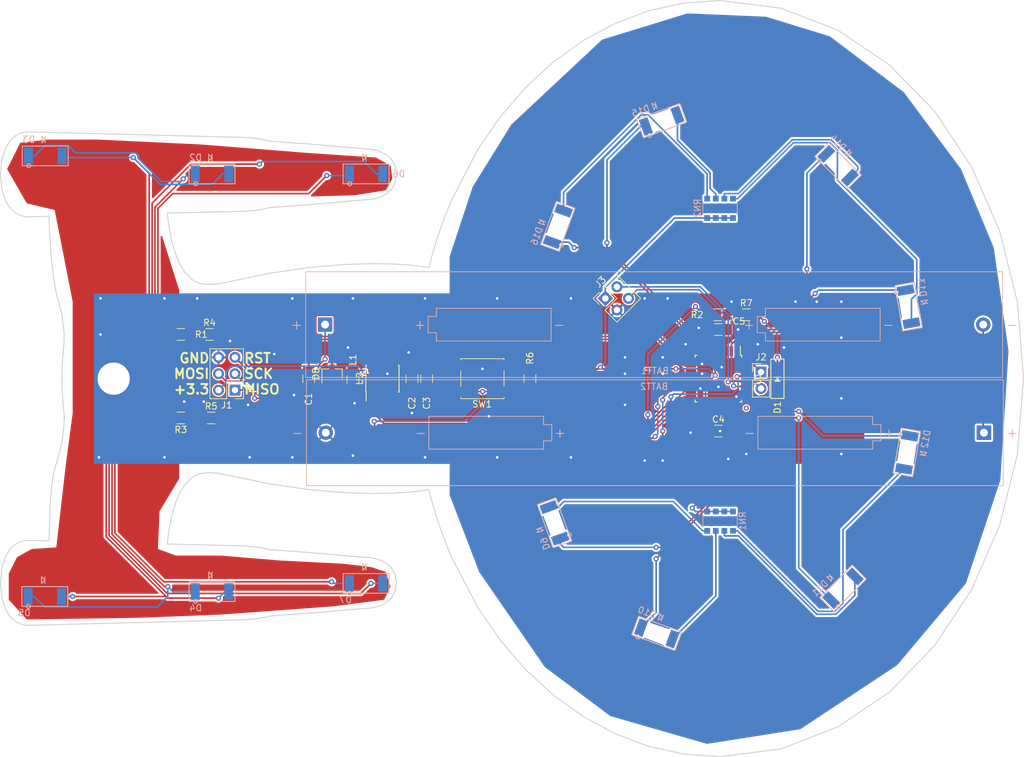
<source format=kicad_pcb>
(kicad_pcb (version 20171130) (host pcbnew "(5.0.2)-1")
  (layers (0 F.Cu signal) (31 B.Cu signal) (34 B.Paste user hide) (35 F.Paste user hide) (36 B.SilkS user) (37 F.SilkS user) (38 B.Mask user hide) (39 F.Mask user) (44 Edge.Cuts user))
  (net 0 "")
  (net 1 VCC)
  (net 2 GND)
  (net 3 +3V3)
  (net 4 /NavLight)
  (net 5 "Net-(D1-Pad2)")
  (net 6 "Net-(D2-Pad2)")
  (net 7 /PNacelle)
  (net 8 /SNacelle)
  (net 9 "Net-(D4-Pad2)")
  (net 10 "Net-(D6-Pad2)")
  (net 11 /PCollector)
  (net 12 "Net-(D7-Pad2)")
  (net 13 /SCollector)
  (net 14 "Net-(D8-Pad1)")
  (net 15 "Net-(D9-Pad2)")
  (net 16 /PHAS1)
  (net 17 /PHAS2)
  (net 18 "Net-(D10-Pad2)")
  (net 19 /PHAS3)
  (net 20 "Net-(D11-Pad2)")
  (net 21 "Net-(D12-Pad2)")
  (net 22 /PHAS4)
  (net 23 /PHAS5)
  (net 24 "Net-(D13-Pad2)")
  (net 25 "Net-(D14-Pad2)")
  (net 26 /PHAS6)
  (net 27 /PHAS7)
  (net 28 "Net-(D15-Pad2)")
  (net 29 "Net-(D16-Pad2)")
  (net 30 /PHAS8)
  (net 31 /MISO)
  (net 32 /SCK)
  (net 33 /MOSI)
  (net 34 /RESET)
  (net 35 /TX)
  (net 36 /RX)
  (net 37 "Net-(U1-Pad11)")
  (net 38 "Net-(U1-Pad12)")
  (net 39 "Net-(U1-Pad19)")
  (net 40 "Net-(U1-Pad20)")
  (net 41 "Net-(U1-Pad22)")
  (net 42 /SCL)
  (net 43 /SDA)
  (net 44 "Net-(BATT1-Pad1)")
  (net 45 "Net-(R2-Pad2)")
  (net 46 "Net-(D8-Pad2)")
  (module LED_SMD:2PLCC_flipped_noHole (layer B.Cu) (at 126.238 56.388)
    (fp_text reference D6 (at 5.08 0) (layer B.SilkS) (effects (justify mirror)))
    (fp_text value Red hide)
    (pad 1 smd rect (at -2.6 0) (size 1.4 2.6) (layers B.Cu B.Paste B.Mask) (net 11 /PCollector))
    (pad 2 smd rect (at 2.6 0) (size 1.4 2.6) (layers B.Cu B.Paste B.Mask) (net 10 "Net-(D6-Pad2)"))
  )
  (module LED_SMD:2PLCC_flipped_noHole (layer B.Cu) (at 102.362 56.388)
    (fp_text reference D2 (at -2.54 -2.54) (layer B.SilkS) (effects (justify mirror)))
    (fp_text value Blue hide)
    (pad 1 smd rect (at -2.6 0) (size 1.4 2.6) (layers B.Cu B.Paste B.Mask) (net 7 /PNacelle))
    (pad 2 smd rect (at 2.6 0) (size 1.4 2.6) (layers B.Cu B.Paste B.Mask) (net 6 "Net-(D2-Pad2)"))
  )
  (module LED_SMD:2PLCC_flipped_noHole (layer B.Cu) (at 76.514 53.594)
    (fp_text reference D3 (at -2.54 -2.54) (layer B.SilkS) (effects (justify mirror)))
    (fp_text value Blue hide)
    (pad 1 smd rect (at -2.6 0) (size 1.4 2.6) (layers B.Cu B.Paste B.Mask) (net 7 /PNacelle))
    (pad 2 smd rect (at 2.6 0) (size 1.4 2.6) (layers B.Cu B.Paste B.Mask) (net 6 "Net-(D2-Pad2)"))
  )
  (module LED_SMD:2PLCC_flipped_noHole (layer B.Cu) (at 171.292799 127.634748 340)
    (fp_text reference D10 (at -2.54 -2.54 340) (layer B.SilkS) (effects (justify mirror)))
    (fp_text value Orange hide)
    (pad 1 smd rect (at -2.6 0 340) (size 1.4 2.6) (layers B.Cu B.Paste B.Mask) (net 17 /PHAS2))
    (pad 2 smd rect (at 2.6 0 340) (size 1.4 2.6) (layers B.Cu B.Paste B.Mask) (net 18 "Net-(D10-Pad2)"))
  )
  (module LED_SMD:2PLCC_flipped_noHole (layer B.Cu) (at 210.058 99.568 260)
    (fp_text reference D12 (at -2.54 -2.54 260) (layer B.SilkS) (effects (justify mirror)))
    (fp_text value Orange hide)
    (pad 1 smd rect (at -2.6 0 260) (size 1.4 2.6) (layers B.Cu B.Paste B.Mask) (net 22 /PHAS4))
    (pad 2 smd rect (at 2.6 0 260) (size 1.4 2.6) (layers B.Cu B.Paste B.Mask) (net 21 "Net-(D12-Pad2)"))
  )
  (module LED_SMD:2PLCC_flipped_noHole (layer B.Cu) (at 126.238 119.888)
    (fp_text reference D7 (at -3.175 2.54) (layer B.SilkS) (effects (justify mirror)))
    (fp_text value Red hide)
    (pad 1 smd rect (at -2.6 0) (size 1.4 2.6) (layers B.Cu B.Paste B.Mask) (net 13 /SCollector))
    (pad 2 smd rect (at 2.6 0) (size 1.4 2.6) (layers B.Cu B.Paste B.Mask) (net 12 "Net-(D7-Pad2)"))
  )
  (module LED_SMD:2PLCC_flipped_noHole (layer B.Cu) (at 172.054799 48.133252 20)
    (fp_text reference D15 (at -2.54 -2.54 -160) (layer B.SilkS) (effects (justify mirror)))
    (fp_text value Orange hide)
    (pad 1 smd rect (at -2.6 0 20) (size 1.4 2.6) (layers B.Cu B.Paste B.Mask) (net 27 /PHAS7))
    (pad 2 smd rect (at 2.6 0 20) (size 1.4 2.6) (layers B.Cu B.Paste B.Mask) (net 28 "Net-(D15-Pad2)"))
  )
  (module LED_SMD:2PLCC_flipped_noHole (layer B.Cu) (at 76.454 121.92)
    (fp_text reference D5 (at -3.175 2.54) (layer B.SilkS) (effects (justify mirror)))
    (fp_text value Blue hide)
    (pad 1 smd rect (at -2.6 0) (size 1.4 2.6) (layers B.Cu B.Paste B.Mask) (net 8 /SNacelle))
    (pad 2 smd rect (at 2.6 0) (size 1.4 2.6) (layers B.Cu B.Paste B.Mask) (net 9 "Net-(D4-Pad2)"))
  )
  (module LED_SMD:2PLCC_flipped_noHole (layer B.Cu) (at 199.39 55.118 315)
    (fp_text reference D14 (at -2.54 -2.54 315) (layer B.SilkS) (effects (justify mirror)))
    (fp_text value Orange hide)
    (pad 1 smd rect (at -2.6 0 315) (size 1.4 2.6) (layers B.Cu B.Paste B.Mask) (net 26 /PHAS6))
    (pad 2 smd rect (at 2.6 0 315) (size 1.4 2.6) (layers B.Cu B.Paste B.Mask) (net 25 "Net-(D14-Pad2)"))
  )
  (module LED_SMD:2PLCC_flipped_noHole (layer B.Cu) (at 200.152 120.65 45)
    (fp_text reference D11 (at -2.54 -2.54 -135) (layer B.SilkS) (effects (justify mirror)))
    (fp_text value Orange hide)
    (pad 1 smd rect (at -2.6 0 45) (size 1.4 2.6) (layers B.Cu B.Paste B.Mask) (net 19 /PHAS3))
    (pad 2 smd rect (at 2.6 0 45) (size 1.4 2.6) (layers B.Cu B.Paste B.Mask) (net 20 "Net-(D11-Pad2)"))
  )
  (module LED_SMD:2PLCC_flipped_noHole (layer B.Cu) (at 210.312 76.962 280)
    (fp_text reference D13 (at -2.54 -2.54 280) (layer B.SilkS) (effects (justify mirror)))
    (fp_text value Orange hide)
    (pad 1 smd rect (at -2.6 0 280) (size 1.4 2.6) (layers B.Cu B.Paste B.Mask) (net 23 /PHAS5))
    (pad 2 smd rect (at 2.6 0 280) (size 1.4 2.6) (layers B.Cu B.Paste B.Mask) (net 24 "Net-(D13-Pad2)"))
  )
  (module LED_SMD:2PLCC_flipped_noHole (layer B.Cu) (at 102.362 121.158)
    (fp_text reference D4 (at -2.54 2.54) (layer B.SilkS) (effects (justify mirror)))
    (fp_text value Blue hide)
    (pad 1 smd rect (at -2.6 0) (size 1.4 2.6) (layers B.Cu B.Paste B.Mask) (net 8 /SNacelle))
    (pad 2 smd rect (at 2.6 0) (size 1.4 2.6) (layers B.Cu B.Paste B.Mask) (net 9 "Net-(D4-Pad2)"))
  )
  (module LED_SMD:2PLCC_flipped_noHole (layer B.Cu) (at 155.448 110.49 110)
    (fp_text reference D9 (at -2.54 -2.54 -70) (layer B.SilkS) (effects (justify mirror)))
    (fp_text value Orange hide)
    (pad 1 smd rect (at -2.6 0 110) (size 1.4 2.6) (layers B.Cu B.Paste B.Mask) (net 16 /PHAS1))
    (pad 2 smd rect (at 2.6 0 110) (size 1.4 2.6) (layers B.Cu B.Paste B.Mask) (net 15 "Net-(D9-Pad2)"))
  )
  (module LED_SMD:2PLCC_flipped_noHole (layer B.Cu) (at 155.956 64.516 70)
    (fp_text reference D16 (at -2.54 -2.54 250) (layer B.SilkS) (effects (justify mirror)))
    (fp_text value Orange hide)
    (pad 1 smd rect (at -2.6 0 70) (size 1.4 2.6) (layers B.Cu B.Paste B.Mask) (net 30 /PHAS8))
    (pad 2 smd rect (at 2.6 0 70) (size 1.4 2.6) (layers B.Cu B.Paste B.Mask) (net 29 "Net-(D16-Pad2)"))
  )
  (module Button_Switch_SMD:SW_SPST_EVQQ2 (layer F.Cu) (at 144.272 88.138 180)
    (fp_text reference SW1 (at 0.05 -3.95 180) (layer F.SilkS))
    (fp_text value Reset)
    (pad 1 smd rect (at 3.4 -2 180) (size 3.2 1) (layers F.Cu F.Paste F.Mask) (net 34 /RESET))
    (pad 1 smd rect (at -3.4 -2 180) (size 3.2 1) (layers F.Cu F.Paste F.Mask) (net 34 /RESET))
    (pad 2 smd rect (at -3.4 2 180) (size 3.2 1) (layers F.Cu F.Paste F.Mask) (net 2 GND))
    (pad 2 smd rect (at 3.4 2 180) (size 3.2 1) (layers F.Cu F.Paste F.Mask) (net 2 GND))
  )
  (module Package_TO_SOT_SMD:SOT-23 (layer F.Cu) (at 120.97 87.392 90)
    (fp_text reference D8 (at 0 -2.5 90) (layer F.SilkS))
    (fp_text value 1)
    (pad 1 smd rect (at -1 -0.95 90) (size 0.9 0.8) (layers F.Cu F.Paste F.Mask) (net 14 "Net-(D8-Pad1)"))
    (pad 2 smd rect (at -1 0.95 90) (size 0.9 0.8) (layers F.Cu F.Paste F.Mask) (net 46 "Net-(D8-Pad2)"))
    (pad 3 smd rect (at 1 0 90) (size 0.9 0.8) (layers F.Cu F.Paste F.Mask) (net 2 GND))
  )
  (module Resistor_SMD:R_1206_3216Metric (layer F.Cu) (at 185.166 78.232)
    (fp_text reference R7 (at 0 -1.82) (layer F.SilkS))
    (fp_text value 619)
    (pad 1 smd roundrect (at -1.4 0) (size 1.25 1.75) (layers F.Cu F.Paste F.Mask) (roundrect_rratio 0.2) (net 45 "Net-(R2-Pad2)"))
    (pad 2 smd roundrect (at 1.4 0) (size 1.25 1.75) (layers F.Cu F.Paste F.Mask) (roundrect_rratio 0.2) (net 5 "Net-(D1-Pad2)"))
  )
  (module Package_SO:PowerIntegrations_SO-8 (layer F.Cu) (at 128.778 88.138 90)
    (fp_text reference U2 (at 0 -3.5 90) (layer F.SilkS))
    (fp_text value AP1509)
    (pad 1 smd rect (at -2.725 -1.905 90) (size 2 0.6) (layers F.Cu F.Paste F.Mask) (net 1 VCC))
    (pad 2 smd rect (at -2.725 -0.635 90) (size 2 0.6) (layers F.Cu F.Paste F.Mask) (net 14 "Net-(D8-Pad1)"))
    (pad 3 smd rect (at -2.725 0.635 90) (size 2 0.6) (layers F.Cu F.Paste F.Mask) (net 3 +3V3))
    (pad 4 smd rect (at -2.725 1.905 90) (size 2 0.6) (layers F.Cu F.Paste F.Mask) (net 2 GND))
    (pad 5 smd rect (at 2.725 1.905 90) (size 2 0.6) (layers F.Cu F.Paste F.Mask) (net 2 GND))
    (pad 6 smd rect (at 2.725 0.635 90) (size 2 0.6) (layers F.Cu F.Paste F.Mask) (net 2 GND))
    (pad 7 smd rect (at 2.725 -0.635 90) (size 2 0.6) (layers F.Cu F.Paste F.Mask) (net 2 GND))
    (pad 8 smd rect (at 2.725 -1.905 90) (size 2 0.6) (layers F.Cu F.Paste F.Mask) (net 2 GND))
  )
  (module Resistor_SMD:R_1206_3216Metric (layer F.Cu) (at 102.238 94.234)
    (fp_text reference R5 (at 0 -1.82) (layer F.SilkS))
    (fp_text value 619)
    (pad 2 smd roundrect (at 1.4 0) (size 1.25 1.75) (layers F.Cu F.Paste F.Mask) (roundrect_rratio 0.2) (net 12 "Net-(D7-Pad2)"))
    (pad 1 smd roundrect (at -1.4 0) (size 1.25 1.75) (layers F.Cu F.Paste F.Mask) (roundrect_rratio 0.2) (net 1 VCC))
  )
  (module Resistor_SMD:R_1206_3216Metric (layer F.Cu) (at 101.984 81.28)
    (fp_text reference R4 (at 0 -1.82) (layer F.SilkS))
    (fp_text value 619)
    (pad 2 smd roundrect (at 1.4 0) (size 1.25 1.75) (layers F.Cu F.Paste F.Mask) (roundrect_rratio 0.2) (net 10 "Net-(D6-Pad2)"))
    (pad 1 smd roundrect (at -1.4 0) (size 1.25 1.75) (layers F.Cu F.Paste F.Mask) (roundrect_rratio 0.2) (net 1 VCC))
  )
  (module Resistor_SMD:R_1206_3216Metric (layer F.Cu) (at 97.536 94.234 180)
    (fp_text reference R3 (at 0 -1.82) (layer F.SilkS))
    (fp_text value 133)
    (pad 2 smd roundrect (at 1.4 0 180) (size 1.25 1.75) (layers F.Cu F.Paste F.Mask) (roundrect_rratio 0.2) (net 9 "Net-(D4-Pad2)"))
    (pad 1 smd roundrect (at -1.4 0 180) (size 1.25 1.75) (layers F.Cu F.Paste F.Mask) (roundrect_rratio 0.2) (net 1 VCC))
  )
  (module customParts:BatteryHolder_MPD_BC12AAPC_2xAA_noHoles (layer B.Cu) (at 119.888 79.756)
    (fp_text reference BATT2 (at 51 9.6) (layer B.SilkS) (effects (justify mirror)))
    (fp_text value BatteryPack)
    (fp_text user - (at 106.4 0) (layer B.SilkS) (effects (font (size 1.5 1.5)) (justify mirror)))
    (fp_text user + (at -4.4 0) (layer B.SilkS) (effects (font (size 1.5 1.5)) (justify mirror)))
    (fp_text user + (at 65.705 0) (layer B.SilkS) (effects (font (size 1.5 1.5)) (justify mirror)))
    (fp_text user - (at 87.295 0) (layer B.SilkS) (effects (font (size 1.5 1.5)) (justify mirror)))
    (fp_text user + (at 14.705 0) (layer B.SilkS) (effects (font (size 1.5 1.5)) (justify mirror)))
    (fp_text user - (at 36.295 0) (layer B.SilkS) (effects (font (size 1.5 1.5)) (justify mirror)))
    (pad 2 thru_hole circle (at 102 0) (size 2.23 2.23) (drill 1.23) (layers *.Cu *.Mask) (net 44 "Net-(BATT1-Pad1)"))
    (pad 1 thru_hole rect (at 0 0) (size 2.23 2.23) (drill 1.23) (layers *.Cu *.Mask) (net 1 VCC))
  )
  (module customParts:BatteryHolder_MPD_BC12AAPC_2xAA_noHoles (layer B.Cu) (at 221.996 96.52 180)
    (fp_text reference BATT1 (at 51 9.6) (layer B.SilkS) (effects (justify mirror)))
    (fp_text value BatteryPack)
    (fp_text user - (at 106.4 0) (layer B.SilkS) (effects (font (size 1.5 1.5)) (justify mirror)))
    (fp_text user + (at -4.4 0) (layer B.SilkS) (effects (font (size 1.5 1.5)) (justify mirror)))
    (fp_text user + (at 65.705 0) (layer B.SilkS) (effects (font (size 1.5 1.5)) (justify mirror)))
    (fp_text user - (at 87.295 0) (layer B.SilkS) (effects (font (size 1.5 1.5)) (justify mirror)))
    (fp_text user + (at 14.705 0) (layer B.SilkS) (effects (font (size 1.5 1.5)) (justify mirror)))
    (fp_text user - (at 36.295 0) (layer B.SilkS) (effects (font (size 1.5 1.5)) (justify mirror)))
    (pad 2 thru_hole circle (at 102 0 180) (size 2.23 2.23) (drill 1.23) (layers *.Cu *.Mask) (net 2 GND))
    (pad 1 thru_hole rect (at 0 0 180) (size 2.23 2.23) (drill 1.23) (layers *.Cu *.Mask) (net 44 "Net-(BATT1-Pad1)"))
  )
  (module Connector_PinHeader_2.54mm:PinHeader_2x03_P2.54mm_Vertical (layer F.Cu) (at 105.918 89.916 180)
    (fp_text reference J1 (at 1.27 -2.33) (layer F.SilkS))
    (fp_text value AVR-ISP-6)
    (pad 6 thru_hole oval (at 2.54 5.08 180) (size 1.7 1.7) (drill 1) (layers *.Cu *.Mask) (net 2 GND))
    (pad 5 thru_hole oval (at 0 5.08 180) (size 1.7 1.7) (drill 1) (layers *.Cu *.Mask) (net 34 /RESET))
    (pad 4 thru_hole oval (at 2.54 2.54 180) (size 1.7 1.7) (drill 1) (layers *.Cu *.Mask) (net 33 /MOSI))
    (pad 3 thru_hole oval (at 0 2.54 180) (size 1.7 1.7) (drill 1) (layers *.Cu *.Mask) (net 32 /SCK))
    (pad 2 thru_hole oval (at 2.54 0 180) (size 1.7 1.7) (drill 1) (layers *.Cu *.Mask) (net 3 +3V3))
    (pad 1 thru_hole rect (at 0 0 180) (size 1.7 1.7) (drill 1) (layers *.Cu *.Mask) (net 31 /MISO))
  )
  (module Connector_PinHeader_2.54mm:PinHeader_2x02_P2.54mm_Vertical (layer F.Cu) (at 163.322 75.692 45)
    (fp_text reference J3 (at 1.27 -2.33 45) (layer F.SilkS))
    (fp_text value "Shitty Add-on")
    (pad 4 thru_hole oval (at 2.54 2.54 45) (size 1.7 1.7) (drill 1) (layers *.Cu *.Mask) (net 42 /SCL))
    (pad 3 thru_hole oval (at 0 2.54 45) (size 1.7 1.7) (drill 1) (layers *.Cu *.Mask) (net 2 GND))
    (pad 2 thru_hole oval (at 2.54 0 45) (size 1.7 1.7) (drill 1) (layers *.Cu *.Mask) (net 43 /SDA))
    (pad 1 thru_hole rect (at 0 0 45) (size 1.7 1.7) (drill 1) (layers *.Cu *.Mask) (net 3 +3V3))
  )
  (module Package_QFP:TQFP-32_7x7mm_P0.8mm (layer F.Cu) (at 180.848 88.138 270)
    (fp_text reference U1 (at 0 -6.05 90) (layer F.SilkS))
    (fp_text value ATmega328P-AU)
    (pad 1 smd rect (at -4.25 -2.8 270) (size 1.6 0.55) (layers F.Cu F.Paste F.Mask) (net 23 /PHAS5))
    (pad 2 smd rect (at -4.25 -2 270) (size 1.6 0.55) (layers F.Cu F.Paste F.Mask) (net 26 /PHAS6))
    (pad 3 smd rect (at -4.25 -1.2 270) (size 1.6 0.55) (layers F.Cu F.Paste F.Mask) (net 2 GND))
    (pad 4 smd rect (at -4.25 -0.4 270) (size 1.6 0.55) (layers F.Cu F.Paste F.Mask) (net 3 +3V3))
    (pad 5 smd rect (at -4.25 0.4 270) (size 1.6 0.55) (layers F.Cu F.Paste F.Mask) (net 2 GND))
    (pad 6 smd rect (at -4.25 1.2 270) (size 1.6 0.55) (layers F.Cu F.Paste F.Mask) (net 3 +3V3))
    (pad 7 smd rect (at -4.25 2 270) (size 1.6 0.55) (layers F.Cu F.Paste F.Mask) (net 27 /PHAS7))
    (pad 8 smd rect (at -4.25 2.8 270) (size 1.6 0.55) (layers F.Cu F.Paste F.Mask) (net 30 /PHAS8))
    (pad 9 smd rect (at -2.8 4.25) (size 1.6 0.55) (layers F.Cu F.Paste F.Mask) (net 11 /PCollector))
    (pad 10 smd rect (at -2 4.25) (size 1.6 0.55) (layers F.Cu F.Paste F.Mask) (net 7 /PNacelle))
    (pad 11 smd rect (at -1.2 4.25) (size 1.6 0.55) (layers F.Cu F.Paste F.Mask) (net 37 "Net-(U1-Pad11)"))
    (pad 12 smd rect (at -0.4 4.25) (size 1.6 0.55) (layers F.Cu F.Paste F.Mask) (net 38 "Net-(U1-Pad12)"))
    (pad 13 smd rect (at 0.4 4.25) (size 1.6 0.55) (layers F.Cu F.Paste F.Mask) (net 8 /SNacelle))
    (pad 14 smd rect (at 1.2 4.25) (size 1.6 0.55) (layers F.Cu F.Paste F.Mask) (net 13 /SCollector))
    (pad 15 smd rect (at 2 4.25) (size 1.6 0.55) (layers F.Cu F.Paste F.Mask) (net 33 /MOSI))
    (pad 16 smd rect (at 2.8 4.25) (size 1.6 0.55) (layers F.Cu F.Paste F.Mask) (net 31 /MISO))
    (pad 17 smd rect (at 4.25 2.8 270) (size 1.6 0.55) (layers F.Cu F.Paste F.Mask) (net 32 /SCK))
    (pad 18 smd rect (at 4.25 2 270) (size 1.6 0.55) (layers F.Cu F.Paste F.Mask) (net 3 +3V3))
    (pad 19 smd rect (at 4.25 1.2 270) (size 1.6 0.55) (layers F.Cu F.Paste F.Mask) (net 39 "Net-(U1-Pad19)"))
    (pad 20 smd rect (at 4.25 0.4 270) (size 1.6 0.55) (layers F.Cu F.Paste F.Mask) (net 40 "Net-(U1-Pad20)"))
    (pad 21 smd rect (at 4.25 -0.4 270) (size 1.6 0.55) (layers F.Cu F.Paste F.Mask) (net 2 GND))
    (pad 22 smd rect (at 4.25 -1.2 270) (size 1.6 0.55) (layers F.Cu F.Paste F.Mask) (net 41 "Net-(U1-Pad22)"))
    (pad 23 smd rect (at 4.25 -2 270) (size 1.6 0.55) (layers F.Cu F.Paste F.Mask) (net 16 /PHAS1))
    (pad 24 smd rect (at 4.25 -2.8 270) (size 1.6 0.55) (layers F.Cu F.Paste F.Mask) (net 17 /PHAS2))
    (pad 25 smd rect (at 2.8 -4.25) (size 1.6 0.55) (layers F.Cu F.Paste F.Mask) (net 19 /PHAS3))
    (pad 26 smd rect (at 2 -4.25) (size 1.6 0.55) (layers F.Cu F.Paste F.Mask) (net 22 /PHAS4))
    (pad 27 smd rect (at 1.2 -4.25) (size 1.6 0.55) (layers F.Cu F.Paste F.Mask) (net 43 /SDA))
    (pad 28 smd rect (at 0.4 -4.25) (size 1.6 0.55) (layers F.Cu F.Paste F.Mask) (net 42 /SCL))
    (pad 29 smd rect (at -0.4 -4.25) (size 1.6 0.55) (layers F.Cu F.Paste F.Mask) (net 34 /RESET))
    (pad 30 smd rect (at -1.2 -4.25) (size 1.6 0.55) (layers F.Cu F.Paste F.Mask) (net 36 /RX))
    (pad 31 smd rect (at -2 -4.25) (size 1.6 0.55) (layers F.Cu F.Paste F.Mask) (net 35 /TX))
    (pad 32 smd rect (at -2.8 -4.25) (size 1.6 0.55) (layers F.Cu F.Paste F.Mask) (net 4 /NavLight))
  )
  (module Inductor_SMD:L_1206_3216Metric (layer F.Cu) (at 124.206 88.262 90)
    (fp_text reference L1 (at 3.045 0 270) (layer F.SilkS))
    (fp_text value 47uH)
    (pad 1 smd roundrect (at -1.4 0 90) (size 1.25 1.75) (layers F.Cu F.Paste F.Mask) (roundrect_rratio 0.2) (net 14 "Net-(D8-Pad1)"))
    (pad 2 smd roundrect (at 1.4 0 90) (size 1.25 1.75) (layers F.Cu F.Paste F.Mask) (roundrect_rratio 0.2) (net 3 +3V3))
  )
  (module Capacitor_SMD:C_1206_3216Metric (layer F.Cu) (at 180.848 96.266)
    (fp_text reference C4 (at 0 -1.82) (layer F.SilkS))
    (fp_text value .1uF)
    (pad 1 smd roundrect (at -1.4 0) (size 1.25 1.75) (layers F.Cu F.Paste F.Mask) (roundrect_rratio 0.2) (net 3 +3V3))
    (pad 2 smd roundrect (at 1.4 0) (size 1.25 1.75) (layers F.Cu F.Paste F.Mask) (roundrect_rratio 0.2) (net 2 GND))
  )
  (module Connector_PinHeader_2.54mm:PinHeader_1x02_P2.54mm_Vertical (layer F.Cu) (at 187.452 87.122)
    (fp_text reference J2 (at 0 -2.33) (layer F.SilkS))
    (fp_text value Conn_01x02_Female)
    (pad 2 thru_hole oval (at 0 2.54) (size 1.7 1.7) (drill 1) (layers *.Cu *.Mask) (net 36 /RX))
    (pad 1 thru_hole rect (at 0 0) (size 1.7 1.7) (drill 1) (layers *.Cu *.Mask) (net 35 /TX))
  )
  (module Resistor_SMD:R_Array_Convex_4x1206 (layer B.Cu) (at 181.102 61.722 270)
    (fp_text reference RN2 (at 0 3.5 270) (layer B.SilkS) (effects (justify mirror)))
    (fp_text value 150)
    (pad 1 smd rect (at -1.5 2 270) (size 0.9 0.9) (layers B.Cu B.Paste B.Mask) (net 29 "Net-(D16-Pad2)"))
    (pad 4 smd rect (at -1.5 -2 270) (size 0.9 0.9) (layers B.Cu B.Paste B.Mask) (net 24 "Net-(D13-Pad2)"))
    (pad 2 smd rect (at -1.5 0.66 270) (size 0.9 0.9) (layers B.Cu B.Paste B.Mask) (net 28 "Net-(D15-Pad2)"))
    (pad 3 smd rect (at -1.5 -0.66 270) (size 0.9 0.9) (layers B.Cu B.Paste B.Mask) (net 25 "Net-(D14-Pad2)"))
    (pad 7 smd rect (at 1.5 0.66 270) (size 0.9 0.9) (layers B.Cu B.Paste B.Mask) (net 3 +3V3))
    (pad 8 smd rect (at 1.5 2 270) (size 0.9 0.9) (layers B.Cu B.Paste B.Mask) (net 3 +3V3))
    (pad 5 smd rect (at 1.5 -2 270) (size 0.9 0.9) (layers B.Cu B.Paste B.Mask) (net 3 +3V3))
    (pad 6 smd rect (at 1.5 -0.66 270) (size 0.9 0.9) (layers B.Cu B.Paste B.Mask) (net 3 +3V3))
  )
  (module Resistor_SMD:R_1206_3216Metric (layer F.Cu) (at 151.638 88.138 270)
    (fp_text reference R6 (at -3.175 0 90) (layer F.SilkS))
    (fp_text value 10k)
    (pad 1 smd roundrect (at -1.4 0 270) (size 1.25 1.75) (layers F.Cu F.Paste F.Mask) (roundrect_rratio 0.2) (net 3 +3V3))
    (pad 2 smd roundrect (at 1.4 0 270) (size 1.25 1.75) (layers F.Cu F.Paste F.Mask) (roundrect_rratio 0.2) (net 34 /RESET))
  )
  (module Capacitor_SMD:C_1206_3216Metric (layer F.Cu) (at 180.848 80.518 180)
    (fp_text reference C5 (at -3.175 1.27) (layer F.SilkS))
    (fp_text value .1uF)
    (pad 2 smd roundrect (at 1.4 0 180) (size 1.25 1.75) (layers F.Cu F.Paste F.Mask) (roundrect_rratio 0.2) (net 2 GND))
    (pad 1 smd roundrect (at -1.4 0 180) (size 1.25 1.75) (layers F.Cu F.Paste F.Mask) (roundrect_rratio 0.2) (net 3 +3V3))
  )
  (module LED_SMD:3.8x1.2mm (layer F.Cu) (at 189.992 88.16 90)
    (fp_text reference D1 (at -4.445 0 90) (layer F.SilkS))
    (fp_text value White hide)
    (pad 1 smd rect (at -1.8 0 90) (size 1.5 0.85) (layers F.Cu F.Paste F.Mask) (net 4 /NavLight))
    (pad 2 smd rect (at 1.8 0 90) (size 1.5 0.85) (layers F.Cu F.Paste F.Mask) (net 5 "Net-(D1-Pad2)"))
  )
  (module Resistor_SMD:R_1206_3216Metric (layer F.Cu) (at 180.718 78.232)
    (fp_text reference R2 (at -3.175 0 180) (layer F.SilkS))
    (fp_text value 619)
    (pad 2 smd roundrect (at 1.4 0) (size 1.25 1.75) (layers F.Cu F.Paste F.Mask) (roundrect_rratio 0.2) (net 45 "Net-(R2-Pad2)"))
    (pad 1 smd roundrect (at -1.4 0) (size 1.25 1.75) (layers F.Cu F.Paste F.Mask) (roundrect_rratio 0.2) (net 1 VCC))
  )
  (module Capacitor_SMD:C_1206_3216Metric (layer F.Cu) (at 117.348 88.138 90)
    (fp_text reference C1 (at -3.175 0 90) (layer F.SilkS))
    (fp_text value .1uF)
    (pad 1 smd roundrect (at -1.4 0 90) (size 1.25 1.75) (layers F.Cu F.Paste F.Mask) (roundrect_rratio 0.2) (net 1 VCC))
    (pad 2 smd roundrect (at 1.4 0 90) (size 1.25 1.75) (layers F.Cu F.Paste F.Mask) (roundrect_rratio 0.2) (net 2 GND))
  )
  (module Capacitor_SMD:C_1206_3216Metric (layer F.Cu) (at 135.636 88.138 90)
    (fp_text reference C3 (at -3.81 0 90) (layer F.SilkS))
    (fp_text value 1uF)
    (pad 2 smd roundrect (at 1.4 0 90) (size 1.25 1.75) (layers F.Cu F.Paste F.Mask) (roundrect_rratio 0.2) (net 2 GND))
    (pad 1 smd roundrect (at -1.4 0 90) (size 1.25 1.75) (layers F.Cu F.Paste F.Mask) (roundrect_rratio 0.2) (net 3 +3V3))
  )
  (module Capacitor_SMD:C_1206_3216Metric (layer F.Cu) (at 133.35 88.138 90)
    (fp_text reference C2 (at -3.81 0 90) (layer F.SilkS))
    (fp_text value .1uF)
    (pad 1 smd roundrect (at -1.4 0 90) (size 1.25 1.75) (layers F.Cu F.Paste F.Mask) (roundrect_rratio 0.2) (net 3 +3V3))
    (pad 2 smd roundrect (at 1.4 0 90) (size 1.25 1.75) (layers F.Cu F.Paste F.Mask) (roundrect_rratio 0.2) (net 2 GND))
  )
  (module Resistor_SMD:R_1206_3216Metric (layer F.Cu) (at 97.536 81.28 180)
    (fp_text reference R1 (at -3.175 0 180) (layer F.SilkS))
    (fp_text value 133)
    (pad 1 smd roundrect (at -1.4 0 180) (size 1.25 1.75) (layers F.Cu F.Paste F.Mask) (roundrect_rratio 0.2) (net 1 VCC))
    (pad 2 smd roundrect (at 1.4 0 180) (size 1.25 1.75) (layers F.Cu F.Paste F.Mask) (roundrect_rratio 0.2) (net 6 "Net-(D2-Pad2)"))
  )
  (module Resistor_SMD:R_Array_Convex_4x1206 (layer B.Cu) (at 181.102 110.236 90)
    (fp_text reference RN1 (at 0 3.5 270) (layer B.SilkS) (effects (justify mirror)))
    (fp_text value 150)
    (pad 6 smd rect (at 1.5 -0.66 90) (size 0.9 0.9) (layers B.Cu B.Paste B.Mask) (net 3 +3V3))
    (pad 5 smd rect (at 1.5 -2 90) (size 0.9 0.9) (layers B.Cu B.Paste B.Mask) (net 3 +3V3))
    (pad 8 smd rect (at 1.5 2 90) (size 0.9 0.9) (layers B.Cu B.Paste B.Mask) (net 3 +3V3))
    (pad 7 smd rect (at 1.5 0.66 90) (size 0.9 0.9) (layers B.Cu B.Paste B.Mask) (net 3 +3V3))
    (pad 3 smd rect (at -1.5 -0.66 90) (size 0.9 0.9) (layers B.Cu B.Paste B.Mask) (net 18 "Net-(D10-Pad2)"))
    (pad 2 smd rect (at -1.5 0.66 90) (size 0.9 0.9) (layers B.Cu B.Paste B.Mask) (net 20 "Net-(D11-Pad2)"))
    (pad 4 smd rect (at -1.5 -2 90) (size 0.9 0.9) (layers B.Cu B.Paste B.Mask) (net 15 "Net-(D9-Pad2)"))
    (pad 1 smd rect (at -1.5 2 90) (size 0.9 0.9) (layers B.Cu B.Paste B.Mask) (net 21 "Net-(D12-Pad2)"))
  )
  (gr_text "RST\nSCK\nMISO" (at 107.188 87.376) (layer F.SilkS) (effects (font (size 1.5 1.5) (thickness 0.3)) (justify left)))
  (gr_text "GND\nMOSI\n+3.3" (at 102.108 87.376) (layer F.SilkS) (effects (font (size 1.5 1.5) (thickness 0.3)) (justify right)))
  (gr_line (start 124.021675 115.685075) (end 124.021675 115.685075) (layer Edge.Cuts) (width 0.15))
  (gr_line (start 124.021675 115.685075) (end 124.021675 115.685075) (layer Edge.Cuts) (width 0.15))
  (gr_line (start 124.021675 115.685075) (end 124.021675 115.685075) (layer Edge.Cuts) (width 0.15))
  (gr_line (start 150.981175 133.268825) (end 155.2453 137.193575) (layer Edge.Cuts) (width 0.15))
  (gr_line (start 136.678075 68.311325) (end 136.310874 69.6155) (layer Edge.Cuts) (width 0.15))
  (gr_line (start 150.96385 42.981125) (end 147.085975 47.465225) (layer Edge.Cuts) (width 0.15))
  (gr_line (start 199.351525 34.089876) (end 190.505725 30.677975) (layer Edge.Cuts) (width 0.15))
  (gr_line (start 214.314325 129.58145) (end 220.066675 120.900725) (layer Edge.Cuts) (width 0.15))
  (gr_line (start 128.5822 59.9309) (end 129.43315 59.46485) (layer Edge.Cuts) (width 0.15))
  (gr_line (start 164.763175 33.07565) (end 159.840475 35.738825) (layer Edge.Cuts) (width 0.15))
  (gr_line (start 127.73575 52.7003) (end 127 52.561025) (layer Edge.Cuts) (width 0.15))
  (gr_line (start 124.021675 60.57395) (end 124.021675 60.57395) (layer Edge.Cuts) (width 0.15))
  (gr_line (start 199.34905 142.1504) (end 207.3454 136.7432) (layer Edge.Cuts) (width 0.15))
  (gr_line (start 126.2842 52.507475) (end 124.021675 52.33385) (layer Edge.Cuts) (width 0.15))
  (gr_line (start 124.021675 60.57395) (end 124.021675 60.57395) (layer Edge.Cuts) (width 0.15))
  (gr_line (start 124.021675 60.57395) (end 124.021675 60.57395) (layer Edge.Cuts) (width 0.15))
  (gr_line (start 126.48085 52.5128) (end 126.2842 52.507475) (layer Edge.Cuts) (width 0.15))
  (gr_line (start 130.725024 55.134649) (end 130.182774 54.14795) (layer Edge.Cuts) (width 0.15))
  (gr_line (start 127 52.561025) (end 126.48085 52.5128) (layer Edge.Cuts) (width 0.15))
  (gr_line (start 128.5822 52.979075) (end 127.73575 52.7003) (layer Edge.Cuts) (width 0.15))
  (gr_line (start 129.43315 53.4455) (end 128.5822 52.979075) (layer Edge.Cuts) (width 0.15))
  (gr_line (start 139.40995 60.6455) (end 138.89545 61.9019) (layer Edge.Cuts) (width 0.15))
  (gr_line (start 130.182774 54.14795) (end 129.43315 53.4455) (layer Edge.Cuts) (width 0.15))
  (gr_line (start 130.953925 56.4539) (end 130.725024 55.134649) (layer Edge.Cuts) (width 0.15))
  (gr_line (start 130.725024 57.7748) (end 130.953925 56.4539) (layer Edge.Cuts) (width 0.15))
  (gr_line (start 130.182774 58.762325) (end 130.725024 57.7748) (layer Edge.Cuts) (width 0.15))
  (gr_line (start 127 60.3476) (end 127.735825 60.209) (layer Edge.Cuts) (width 0.15))
  (gr_line (start 227.165275 99.924725) (end 228.1333 88.1006) (layer Edge.Cuts) (width 0.15))
  (gr_line (start 124.021675 60.57395) (end 126.2842 60.400325) (layer Edge.Cuts) (width 0.15))
  (gr_line (start 207.3454 136.7432) (end 214.314325 129.58145) (layer Edge.Cuts) (width 0.15))
  (gr_line (start 190.5145 145.567474) (end 199.34905 142.1504) (layer Edge.Cuts) (width 0.15))
  (gr_line (start 159.857725 140.510825) (end 164.780425 143.173325) (layer Edge.Cuts) (width 0.15))
  (gr_line (start 126.48085 60.395225) (end 127 60.3476) (layer Edge.Cuts) (width 0.15))
  (gr_line (start 207.3595 39.48965) (end 199.351525 34.089876) (layer Edge.Cuts) (width 0.15))
  (gr_line (start 227.185225 76.278425) (end 224.4424 65.271799) (layer Edge.Cuts) (width 0.15))
  (gr_line (start 175.404925 146.3447) (end 181.030749 146.75885) (layer Edge.Cuts) (width 0.15))
  (gr_line (start 220.066675 120.900725) (end 224.413375 110.936675) (layer Edge.Cuts) (width 0.15))
  (gr_line (start 175.387675 29.903) (end 169.9582 31.11455) (layer Edge.Cuts) (width 0.15))
  (gr_line (start 147.1033 128.7839) (end 150.981175 133.268825) (layer Edge.Cuts) (width 0.15))
  (gr_line (start 138.89545 61.9019) (end 138.403675 63.16745) (layer Edge.Cuts) (width 0.15))
  (gr_line (start 169.975525 145.13375) (end 175.404925 146.3447) (layer Edge.Cuts) (width 0.15))
  (gr_line (start 129.43315 59.46485) (end 130.182774 58.762325) (layer Edge.Cuts) (width 0.15))
  (gr_line (start 224.4424 65.271799) (end 220.096225 55.3151) (layer Edge.Cuts) (width 0.15))
  (gr_line (start 159.840475 35.738825) (end 155.227975 39.056525) (layer Edge.Cuts) (width 0.15))
  (gr_line (start 136.310874 69.6155) (end 135.9709 70.926125) (layer Edge.Cuts) (width 0.15))
  (gr_line (start 220.096225 55.3151) (end 214.338175 46.64285) (layer Edge.Cuts) (width 0.15))
  (gr_line (start 181.013424 29.488625) (end 175.387675 29.903) (layer Edge.Cuts) (width 0.15))
  (gr_line (start 127.735825 60.209) (end 128.5822 59.9309) (layer Edge.Cuts) (width 0.15))
  (gr_line (start 228.1333 88.1006) (end 227.185225 76.278425) (layer Edge.Cuts) (width 0.15))
  (gr_line (start 147.085975 47.465225) (end 143.6323 52.461199) (layer Edge.Cuts) (width 0.15))
  (gr_line (start 164.780425 143.173325) (end 169.975525 145.13375) (layer Edge.Cuts) (width 0.15))
  (gr_line (start 137.071675 67.013975) (end 136.678075 68.311325) (layer Edge.Cuts) (width 0.15))
  (gr_line (start 224.413375 110.936675) (end 227.165275 99.924725) (layer Edge.Cuts) (width 0.15))
  (gr_line (start 137.491 65.7239) (end 137.071675 67.013975) (layer Edge.Cuts) (width 0.15))
  (gr_line (start 138.403675 63.16745) (end 137.935225 64.44155) (layer Edge.Cuts) (width 0.15))
  (gr_line (start 181.030749 146.75885) (end 190.5145 145.567474) (layer Edge.Cuts) (width 0.15))
  (gr_line (start 190.505725 30.677975) (end 181.013424 29.488625) (layer Edge.Cuts) (width 0.15))
  (gr_line (start 155.227975 39.056525) (end 150.96385 42.981125) (layer Edge.Cuts) (width 0.15))
  (gr_line (start 214.338175 46.64285) (end 207.3595 39.48965) (layer Edge.Cuts) (width 0.15))
  (gr_line (start 169.9582 31.11455) (end 164.763175 33.07565) (layer Edge.Cuts) (width 0.15))
  (gr_line (start 126.2842 60.400325) (end 126.48085 60.395225) (layer Edge.Cuts) (width 0.15))
  (gr_line (start 137.935225 64.44155) (end 137.491 65.7239) (layer Edge.Cuts) (width 0.15))
  (gr_line (start 155.2453 137.193575) (end 159.857725 140.510825) (layer Edge.Cuts) (width 0.15))
  (gr_line (start 130.6441 105.88295) (end 133.240525 105.704825) (layer Edge.Cuts) (width 0.15))
  (gr_line (start 127.100125 105.951425) (end 130.6441 105.88295) (layer Edge.Cuts) (width 0.15))
  (gr_line (start 111.307375 104.45525) (end 117.379225 105.3419) (layer Edge.Cuts) (width 0.15))
  (gr_line (start 122.66095 105.80585) (end 127.100125 105.951425) (layer Edge.Cuts) (width 0.15))
  (gr_line (start 117.379225 105.3419) (end 122.66095 105.80585) (layer Edge.Cuts) (width 0.15))
  (gr_line (start 97.228825 106.123249) (end 98.08015 104.6642) (layer Edge.Cuts) (width 0.15))
  (gr_line (start 78.804775 99.31025) (end 78.57535 100.169975) (layer Edge.Cuts) (width 0.15))
  (gr_line (start 77.656225 103.769075) (end 77.50405 104.979125) (layer Edge.Cuts) (width 0.15))
  (gr_line (start 104.497825 103.0415) (end 111.307375 104.45525) (layer Edge.Cuts) (width 0.15))
  (gr_line (start 103.09705 102.785525) (end 104.497825 103.0415) (layer Edge.Cuts) (width 0.15))
  (gr_line (start 95.441875 113.781275) (end 95.470525 113.435225) (layer Edge.Cuts) (width 0.15))
  (gr_line (start 79.344925 92.734775) (end 79.471 94.02605) (layer Edge.Cuts) (width 0.15))
  (gr_line (start 79.08985 87.994175) (end 79.0891 88.1006) (layer Edge.Cuts) (width 0.15))
  (gr_line (start 79.4464 94.91615) (end 79.3867 95.804) (layer Edge.Cuts) (width 0.15))
  (gr_line (start 100.297525 102.946024) (end 101.0152 102.784549) (layer Edge.Cuts) (width 0.15))
  (gr_line (start 99.4177 103.358825) (end 99.7711 103.153025) (layer Edge.Cuts) (width 0.15))
  (gr_line (start 99.15685 103.579625) (end 99.219025 103.516625) (layer Edge.Cuts) (width 0.15))
  (gr_line (start 79.1368 89.709275) (end 79.182325 90.564425) (layer Edge.Cuts) (width 0.15))
  (gr_line (start 96.101575 109.524574) (end 96.57775 107.796649) (layer Edge.Cuts) (width 0.15))
  (gr_line (start 79.179775 85.642775) (end 79.135526 86.495) (layer Edge.Cuts) (width 0.15))
  (gr_line (start 96.57775 107.796649) (end 97.228825 106.123249) (layer Edge.Cuts) (width 0.15))
  (gr_line (start 78.57535 100.169975) (end 78.31315 101.02085) (layer Edge.Cuts) (width 0.15))
  (gr_line (start 79.095101 88.51865) (end 79.109275 89.0234) (layer Edge.Cuts) (width 0.15))
  (gr_line (start 95.470525 113.435225) (end 95.573125 112.5038) (layer Edge.Cuts) (width 0.15))
  (gr_line (start 79.163575 97.5683) (end 79.000975 98.44265) (layer Edge.Cuts) (width 0.15))
  (gr_line (start 79.109275 89.0234) (end 79.1368 89.709275) (layer Edge.Cuts) (width 0.15))
  (gr_line (start 79.08985 88.2071) (end 79.095101 88.51865) (layer Edge.Cuts) (width 0.15))
  (gr_line (start 77.838625 102.756125) (end 77.656225 103.769075) (layer Edge.Cuts) (width 0.15))
  (gr_line (start 95.7751 111.146899) (end 96.101575 109.524574) (layer Edge.Cuts) (width 0.15))
  (gr_line (start 77.50405 104.979125) (end 77.37745 106.461575) (layer Edge.Cuts) (width 0.15))
  (gr_line (start 79.135526 86.495) (end 79.108676 87.179075) (layer Edge.Cuts) (width 0.15))
  (gr_line (start 79.0891 88.1006) (end 79.08985 88.2071) (layer Edge.Cuts) (width 0.15))
  (gr_line (start 95.573125 112.5038) (end 95.7751 111.146899) (layer Edge.Cuts) (width 0.15))
  (gr_line (start 77.1823 110.54435) (end 77.1043 113.2952) (layer Edge.Cuts) (width 0.15))
  (gr_line (start 79.000975 98.44265) (end 78.804775 99.31025) (layer Edge.Cuts) (width 0.15))
  (gr_line (start 79.471 94.02605) (end 79.4464 94.91615) (layer Edge.Cuts) (width 0.15))
  (gr_line (start 79.24585 84.634625) (end 79.179775 85.642775) (layer Edge.Cuts) (width 0.15))
  (gr_line (start 79.182325 90.564425) (end 79.2502 91.576925) (layer Edge.Cuts) (width 0.15))
  (gr_line (start 78.31315 101.02085) (end 78.05605 101.865125) (layer Edge.Cuts) (width 0.15))
  (gr_line (start 99.7711 103.153025) (end 100.297525 102.946024) (layer Edge.Cuts) (width 0.15))
  (gr_line (start 77.271775 108.291575) (end 77.1823 110.54435) (layer Edge.Cuts) (width 0.15))
  (gr_line (start 79.3867 95.804) (end 79.292275 96.6884) (layer Edge.Cuts) (width 0.15))
  (gr_line (start 79.108676 87.179075) (end 79.094875 87.682925) (layer Edge.Cuts) (width 0.15))
  (gr_line (start 143.649625 123.786275) (end 147.1033 128.7839) (layer Edge.Cuts) (width 0.15))
  (gr_line (start 138.8713 114.345275) (end 139.386624 115.603775) (layer Edge.Cuts) (width 0.15))
  (gr_line (start 138.380424 113.0804) (end 138.8713 114.345275) (layer Edge.Cuts) (width 0.15))
  (gr_line (start 137.914075 111.80855) (end 138.380424 113.0804) (layer Edge.Cuts) (width 0.15))
  (gr_line (start 136.299175 106.63805) (end 136.664875 107.944475) (layer Edge.Cuts) (width 0.15))
  (gr_line (start 135.959275 105.321425) (end 136.299175 106.63805) (layer Edge.Cuts) (width 0.15))
  (gr_line (start 78.05605 101.865125) (end 77.838625 102.756125) (layer Edge.Cuts) (width 0.15))
  (gr_line (start 79.2502 91.576925) (end 79.344925 92.734775) (layer Edge.Cuts) (width 0.15))
  (gr_line (start 134.8369 105.52145) (end 135.38065 105.437149) (layer Edge.Cuts) (width 0.15))
  (gr_line (start 79.094875 87.682925) (end 79.08985 87.994175) (layer Edge.Cuts) (width 0.15))
  (gr_line (start 79.292275 96.6884) (end 79.163575 97.5683) (layer Edge.Cuts) (width 0.15))
  (gr_line (start 101.0152 102.784549) (end 101.942275 102.715475) (layer Edge.Cuts) (width 0.15))
  (gr_line (start 137.47255 110.52905) (end 137.914075 111.80855) (layer Edge.Cuts) (width 0.15))
  (gr_line (start 137.056075 109.241225) (end 137.47255 110.52905) (layer Edge.Cuts) (width 0.15))
  (gr_line (start 101.942275 102.715475) (end 103.09705 102.785525) (layer Edge.Cuts) (width 0.15))
  (gr_line (start 77.37745 106.461575) (end 77.271775 108.291575) (layer Edge.Cuts) (width 0.15))
  (gr_line (start 98.08015 104.6642) (end 99.15685 103.579625) (layer Edge.Cuts) (width 0.15))
  (gr_line (start 133.240525 105.704825) (end 134.8369 105.52145) (layer Edge.Cuts) (width 0.15))
  (gr_line (start 99.219025 103.516625) (end 99.4177 103.358825) (layer Edge.Cuts) (width 0.15))
  (gr_line (start 136.664875 107.944475) (end 137.056075 109.241225) (layer Edge.Cuts) (width 0.15))
  (gr_line (start 135.38065 105.437149) (end 135.959275 105.321425) (layer Edge.Cuts) (width 0.15))
  (gr_line (start 117.388375 70.905575) (end 111.31735 71.7923) (layer Edge.Cuts) (width 0.15))
  (gr_line (start 106.5688 50.704625) (end 106.933149 50.715275) (layer Edge.Cuts) (width 0.15))
  (gr_line (start 74.01685 49.859975) (end 74.211025 49.874675) (layer Edge.Cuts) (width 0.15))
  (gr_line (start 127.109575 70.296125) (end 122.670025 70.4417) (layer Edge.Cuts) (width 0.15))
  (gr_line (start 96.58945 68.449025) (end 96.113275 66.720125) (layer Edge.Cuts) (width 0.15))
  (gr_line (start 100.320025 73.301525) (end 99.790375 73.094525) (layer Edge.Cuts) (width 0.15))
  (gr_line (start 111.337525 51.309725) (end 111.337525 51.309725) (layer Edge.Cuts) (width 0.15))
  (gr_line (start 135.9709 70.926125) (end 135.392275 70.8104) (layer Edge.Cuts) (width 0.15))
  (gr_line (start 111.337525 51.309725) (end 117.6391 51.765199) (layer Edge.Cuts) (width 0.15))
  (gr_line (start 79.33795 83.48285) (end 79.24585 84.634625) (layer Edge.Cuts) (width 0.15))
  (gr_line (start 99.23185 72.730925) (end 99.168475 72.667925) (layer Edge.Cuts) (width 0.15))
  (gr_line (start 101.0395 73.462999) (end 100.320025 73.301525) (layer Edge.Cuts) (width 0.15))
  (gr_line (start 110.57695 51.115925) (end 111.337525 51.309725) (layer Edge.Cuts) (width 0.15))
  (gr_line (start 79.4356 81.30905) (end 79.460575 82.1996) (layer Edge.Cuts) (width 0.15))
  (gr_line (start 79.3756 80.420899) (end 79.4356 81.30905) (layer Edge.Cuts) (width 0.15))
  (gr_line (start 79.281026 79.536199) (end 79.3756 80.420899) (layer Edge.Cuts) (width 0.15))
  (gr_line (start 78.302125 75.2024) (end 78.564175 76.053575) (layer Edge.Cuts) (width 0.15))
  (gr_line (start 98.091775 71.58305) (end 97.240525 70.1234) (layer Edge.Cuts) (width 0.15))
  (gr_line (start 69.813925 54.0896) (end 70.353925 52.367149) (layer Edge.Cuts) (width 0.15))
  (gr_line (start 79.152251 78.656) (end 79.281026 79.536199) (layer Edge.Cuts) (width 0.15))
  (gr_line (start 104.50945 73.20605) (end 103.117 73.462025) (layer Edge.Cuts) (width 0.15))
  (gr_line (start 135.392275 70.8104) (end 134.848225 70.7261) (layer Edge.Cuts) (width 0.15))
  (gr_line (start 103.117 73.462025) (end 101.96605 73.532075) (layer Edge.Cuts) (width 0.15))
  (gr_line (start 133.251325 70.54265) (end 130.654225 70.3646) (layer Edge.Cuts) (width 0.15))
  (gr_line (start 78.989575 77.7815) (end 79.152251 78.656) (layer Edge.Cuts) (width 0.15))
  (gr_line (start 108.9451 50.860925) (end 109.76365 50.9684) (layer Edge.Cuts) (width 0.15))
  (gr_line (start 69.813925 58.81835) (end 69.5818 56.453974) (layer Edge.Cuts) (width 0.15))
  (gr_line (start 78.564175 76.053575) (end 78.79345 76.913675) (layer Edge.Cuts) (width 0.15))
  (gr_line (start 71.0974 51.185975) (end 71.9398 50.44535) (layer Edge.Cuts) (width 0.15))
  (gr_line (start 77.104525 62.952275) (end 77.20585 65.794625) (layer Edge.Cuts) (width 0.15))
  (gr_line (start 134.848225 70.7261) (end 133.251325 70.54265) (layer Edge.Cuts) (width 0.15))
  (gr_line (start 106.436799 50.702525) (end 106.5688 50.704625) (layer Edge.Cuts) (width 0.15))
  (gr_line (start 78.2578 75.006875) (end 78.302125 75.2024) (layer Edge.Cuts) (width 0.15))
  (gr_line (start 78.13945 74.4227) (end 78.2578 75.006875) (layer Edge.Cuts) (width 0.15))
  (gr_line (start 77.768425 72.102275) (end 77.968975 73.45325) (layer Edge.Cuts) (width 0.15))
  (gr_line (start 77.559775 70.37315) (end 77.768425 72.102275) (layer Edge.Cuts) (width 0.15))
  (gr_line (start 77.20585 65.794625) (end 77.364925 68.2694) (layer Edge.Cuts) (width 0.15))
  (gr_line (start 95.786875 65.096675) (end 95.584975 63.738875) (layer Edge.Cuts) (width 0.15))
  (gr_line (start 108.16885 50.787125) (end 108.9451 50.860925) (layer Edge.Cuts) (width 0.15))
  (gr_line (start 96.113275 66.720125) (end 95.786875 65.096675) (layer Edge.Cuts) (width 0.15))
  (gr_line (start 122.670025 70.4417) (end 117.388375 70.905575) (layer Edge.Cuts) (width 0.15))
  (gr_line (start 72.7768 50.044625) (end 73.504 49.883075) (layer Edge.Cuts) (width 0.15))
  (gr_line (start 101.96605 73.532075) (end 101.0395 73.462999) (layer Edge.Cuts) (width 0.15))
  (gr_line (start 106.933149 50.715275) (end 107.4823 50.740625) (layer Edge.Cuts) (width 0.15))
  (gr_line (start 69.5818 56.453974) (end 69.813925 54.0896) (layer Edge.Cuts) (width 0.15))
  (gr_line (start 95.4823 62.806775) (end 95.453725 62.460499) (layer Edge.Cuts) (width 0.15))
  (gr_line (start 70.353925 60.5408) (end 69.813925 58.81835) (layer Edge.Cuts) (width 0.15))
  (gr_line (start 130.654225 70.3646) (end 127.109575 70.296125) (layer Edge.Cuts) (width 0.15))
  (gr_line (start 95.584975 63.738875) (end 95.4823 62.806775) (layer Edge.Cuts) (width 0.15))
  (gr_line (start 74.211025 49.874675) (end 106.436799 50.702525) (layer Edge.Cuts) (width 0.15))
  (gr_line (start 97.240525 70.1234) (end 96.58945 68.449025) (layer Edge.Cuts) (width 0.15))
  (gr_line (start 99.790375 73.094525) (end 99.433375 72.888725) (layer Edge.Cuts) (width 0.15))
  (gr_line (start 111.31735 71.7923) (end 104.50945 73.20605) (layer Edge.Cuts) (width 0.15))
  (gr_line (start 73.504 49.883075) (end 74.01685 49.859975) (layer Edge.Cuts) (width 0.15))
  (gr_line (start 109.76365 50.9684) (end 110.57695 51.115925) (layer Edge.Cuts) (width 0.15))
  (gr_line (start 107.4823 50.740625) (end 108.16885 50.787125) (layer Edge.Cuts) (width 0.15))
  (gr_line (start 77.968975 73.45325) (end 78.13945 74.4227) (layer Edge.Cuts) (width 0.15))
  (gr_line (start 79.460575 82.1996) (end 79.33795 83.48285) (layer Edge.Cuts) (width 0.15))
  (gr_line (start 70.353925 52.367149) (end 71.0974 51.185975) (layer Edge.Cuts) (width 0.15))
  (gr_line (start 78.79345 76.913675) (end 78.989575 77.7815) (layer Edge.Cuts) (width 0.15))
  (gr_line (start 77.364925 68.2694) (end 77.559775 70.37315) (layer Edge.Cuts) (width 0.15))
  (gr_line (start 99.168475 72.667925) (end 98.091775 71.58305) (layer Edge.Cuts) (width 0.15))
  (gr_line (start 99.433375 72.888725) (end 99.23185 72.730925) (layer Edge.Cuts) (width 0.15))
  (gr_line (start 71.9398 50.44535) (end 72.7768 50.044625) (layer Edge.Cuts) (width 0.15))
  (gr_line (start 71.0974 125.073125) (end 70.353925 123.89195) (layer Edge.Cuts) (width 0.15))
  (gr_line (start 73.504 126.376025) (end 72.7768 126.214475) (layer Edge.Cuts) (width 0.15))
  (gr_line (start 139.386624 115.603775) (end 143.649625 123.786275) (layer Edge.Cuts) (width 0.15))
  (gr_line (start 71.9398 113.7965) (end 72.7768 113.395775) (layer Edge.Cuts) (width 0.15))
  (gr_line (start 106.568875 125.55515) (end 106.436875 125.557325) (layer Edge.Cuts) (width 0.15))
  (gr_line (start 107.482375 125.518925) (end 106.933225 125.544425) (layer Edge.Cuts) (width 0.15))
  (gr_line (start 108.16885 125.47235) (end 107.482375 125.518925) (layer Edge.Cuts) (width 0.15))
  (gr_line (start 117.6391 51.765199) (end 124.021675 52.33385) (layer Edge.Cuts) (width 0.15))
  (gr_line (start 71.0974 61.721974) (end 70.353925 60.5408) (layer Edge.Cuts) (width 0.15))
  (gr_line (start 106.56835 62.2037) (end 106.43635 62.2058) (layer Edge.Cuts) (width 0.15))
  (gr_line (start 69.813925 117.44075) (end 70.353925 115.7183) (layer Edge.Cuts) (width 0.15))
  (gr_line (start 110.57695 125.143175) (end 109.76365 125.290775) (layer Edge.Cuts) (width 0.15))
  (gr_line (start 111.337525 124.949375) (end 110.57695 125.143175) (layer Edge.Cuts) (width 0.15))
  (gr_line (start 69.5818 119.805125) (end 69.813925 117.44075) (layer Edge.Cuts) (width 0.15))
  (gr_line (start 109.762974 114.319175) (end 110.576575 114.46685) (layer Edge.Cuts) (width 0.15))
  (gr_line (start 117.662275 115.118) (end 124.021675 115.685075) (layer Edge.Cuts) (width 0.15))
  (gr_line (start 106.56835 114.055399) (end 106.93255 114.065975) (layer Edge.Cuts) (width 0.15))
  (gr_line (start 126.2842 123.75155) (end 124.021675 123.925175) (layer Edge.Cuts) (width 0.15))
  (gr_line (start 111.337525 114.660875) (end 117.638725 115.116275) (layer Edge.Cuts) (width 0.15))
  (gr_line (start 70.353925 123.89195) (end 69.813925 122.1695) (layer Edge.Cuts) (width 0.15))
  (gr_line (start 71.9398 125.81375) (end 71.0974 125.073125) (layer Edge.Cuts) (width 0.15))
  (gr_line (start 71.9398 62.4626) (end 71.0974 61.721974) (layer Edge.Cuts) (width 0.15))
  (gr_line (start 108.9451 125.3984) (end 108.16885 125.47235) (layer Edge.Cuts) (width 0.15))
  (gr_line (start 110.576575 114.46685) (end 111.337525 114.660875) (layer Edge.Cuts) (width 0.15))
  (gr_line (start 73.504 63.024875) (end 72.7768 62.863325) (layer Edge.Cuts) (width 0.15))
  (gr_line (start 107.481625 114.091325) (end 108.1681 114.13775) (layer Edge.Cuts) (width 0.15))
  (gr_line (start 74.01685 63.047975) (end 73.504 63.024875) (layer Edge.Cuts) (width 0.15))
  (gr_line (start 106.933225 125.544425) (end 106.568875 125.55515) (layer Edge.Cuts) (width 0.15))
  (gr_line (start 109.76365 125.290775) (end 108.9451 125.3984) (layer Edge.Cuts) (width 0.15))
  (gr_line (start 106.43635 114.0533) (end 106.56835 114.055399) (layer Edge.Cuts) (width 0.15))
  (gr_line (start 74.211025 63.033274) (end 74.01685 63.047975) (layer Edge.Cuts) (width 0.15))
  (gr_line (start 77.104525 62.952275) (end 74.211025 63.033274) (layer Edge.Cuts) (width 0.15))
  (gr_line (start 117.638725 124.4939) (end 111.337525 124.949375) (layer Edge.Cuts) (width 0.15))
  (gr_line (start 106.43635 62.2058) (end 95.453725 62.460499) (layer Edge.Cuts) (width 0.15))
  (gr_line (start 109.762974 61.939925) (end 108.944274 62.047475) (layer Edge.Cuts) (width 0.15))
  (gr_line (start 108.94435 114.211625) (end 109.762974 114.319175) (layer Edge.Cuts) (width 0.15))
  (gr_line (start 74.01685 113.211125) (end 74.211025 113.225825) (layer Edge.Cuts) (width 0.15))
  (gr_line (start 69.813925 122.1695) (end 69.5818 119.805125) (layer Edge.Cuts) (width 0.15))
  (gr_line (start 74.01685 126.399125) (end 73.504 126.376025) (layer Edge.Cuts) (width 0.15))
  (gr_line (start 117.639175 61.14275) (end 124.021675 60.57395) (layer Edge.Cuts) (width 0.15))
  (gr_line (start 72.7768 126.214475) (end 71.9398 125.81375) (layer Edge.Cuts) (width 0.15))
  (gr_line (start 74.211025 126.384425) (end 74.01685 126.399125) (layer Edge.Cuts) (width 0.15))
  (gr_line (start 108.1681 114.13775) (end 108.94435 114.211625) (layer Edge.Cuts) (width 0.15))
  (gr_line (start 110.5765 61.79225) (end 109.762974 61.939925) (layer Edge.Cuts) (width 0.15))
  (gr_line (start 143.6323 52.461199) (end 139.384975 60.666575) (layer Edge.Cuts) (width 0.15))
  (gr_line (start 106.93255 114.065975) (end 107.481625 114.091325) (layer Edge.Cuts) (width 0.15))
  (gr_line (start 111.337525 61.598225) (end 111.337525 61.598225) (layer Edge.Cuts) (width 0.15))
  (gr_line (start 72.7768 62.863325) (end 71.9398 62.4626) (layer Edge.Cuts) (width 0.15))
  (gr_line (start 72.7768 113.395775) (end 73.504 113.234225) (layer Edge.Cuts) (width 0.15))
  (gr_line (start 73.504 113.234225) (end 74.01685 113.211125) (layer Edge.Cuts) (width 0.15))
  (gr_line (start 117.638725 124.4939) (end 124.021675 123.925175) (layer Edge.Cuts) (width 0.15))
  (gr_line (start 71.0974 114.537125) (end 71.9398 113.7965) (layer Edge.Cuts) (width 0.15))
  (gr_line (start 111.337525 124.949375) (end 111.337525 124.949375) (layer Edge.Cuts) (width 0.15))
  (gr_line (start 106.93255 62.193125) (end 106.56835 62.2037) (layer Edge.Cuts) (width 0.15))
  (gr_line (start 107.481625 62.167774) (end 106.93255 62.193125) (layer Edge.Cuts) (width 0.15))
  (gr_line (start 108.168025 62.12135) (end 107.481625 62.167774) (layer Edge.Cuts) (width 0.15))
  (gr_line (start 108.944274 62.047475) (end 108.168025 62.12135) (layer Edge.Cuts) (width 0.15))
  (gr_line (start 106.436875 125.557325) (end 74.211025 126.384425) (layer Edge.Cuts) (width 0.15))
  (gr_line (start 111.337525 61.598225) (end 110.5765 61.79225) (layer Edge.Cuts) (width 0.15))
  (gr_line (start 70.353925 115.7183) (end 71.0974 114.537125) (layer Edge.Cuts) (width 0.15))
  (gr_line (start 95.441875 113.781275) (end 106.43635 114.0533) (layer Edge.Cuts) (width 0.15))
  (gr_line (start 111.337525 114.660875) (end 111.337525 114.660875) (layer Edge.Cuts) (width 0.15))
  (gr_line (start 117.639175 61.14275) (end 111.337525 61.598225) (layer Edge.Cuts) (width 0.15))
  (gr_line (start 74.211025 113.225825) (end 77.1043 113.2952) (layer Edge.Cuts) (width 0.15))
  (gr_line (start 127.73575 123.558725) (end 127 123.698) (layer Edge.Cuts) (width 0.15))
  (gr_line (start 128.5822 123.27995) (end 127.73575 123.558725) (layer Edge.Cuts) (width 0.15))
  (gr_line (start 130.725024 121.124375) (end 130.182774 122.111075) (layer Edge.Cuts) (width 0.15))
  (gr_line (start 126.48085 115.8638) (end 127 115.911425) (layer Edge.Cuts) (width 0.15))
  (gr_line (start 130.953925 119.805125) (end 130.725024 121.124375) (layer Edge.Cuts) (width 0.15))
  (gr_line (start 129.43315 122.813525) (end 128.5822 123.27995) (layer Edge.Cuts) (width 0.15))
  (gr_line (start 128.5822 116.328125) (end 129.43315 116.794175) (layer Edge.Cuts) (width 0.15))
  (gr_line (start 127.735825 116.050025) (end 128.5822 116.328125) (layer Edge.Cuts) (width 0.15))
  (gr_line (start 130.182774 117.4967) (end 130.725024 118.484225) (layer Edge.Cuts) (width 0.15))
  (gr_line (start 124.021675 115.685075) (end 126.2842 115.8587) (layer Edge.Cuts) (width 0.15))
  (gr_line (start 130.725024 118.484225) (end 130.953925 119.805125) (layer Edge.Cuts) (width 0.15))
  (gr_line (start 129.43315 116.794175) (end 130.182774 117.4967) (layer Edge.Cuts) (width 0.15))
  (gr_line (start 127 115.911425) (end 127.735825 116.050025) (layer Edge.Cuts) (width 0.15))
  (gr_line (start 126.2842 115.8587) (end 126.48085 115.8638) (layer Edge.Cuts) (width 0.15))
  (gr_line (start 130.182774 122.111075) (end 129.43315 122.813525) (layer Edge.Cuts) (width 0.15))
  (gr_line (start 126.48085 123.746225) (end 126.2842 123.75155) (layer Edge.Cuts) (width 0.15))
  (gr_line (start 127 123.698) (end 126.48085 123.746225) (layer Edge.Cuts) (width 0.15))
  (via (at 185.166 92.71) (size 0.8) (drill 0.4) (layers F.Cu B.Cu) (net 0))
  (segment (start 129.02198 95.11198) (end 145.04361 95.11198) (width 0.25) (layer F.Cu) (net 1))
  (segment (start 126.873 91.838) (end 126.873 92.963) (width 0.25) (layer F.Cu) (net 1))
  (segment (start 145.04361 95.11198) (end 164.22202 95.11198) (width 0.25) (layer F.Cu) (net 1))
  (segment (start 164.22202 95.11198) (end 169.3012 95.11198) (width 0.25) (layer F.Cu) (net 1))
  (via (at 169.926 93.726) (size 0.8) (drill 0.4) (layers F.Cu B.Cu) (net 1))
  (segment (start 169.3012 95.11198) (end 169.926 94.48718) (width 0.25) (layer F.Cu) (net 1))
  (segment (start 169.926 94.48718) (end 169.926 93.726) (width 0.25) (layer F.Cu) (net 1))
  (via (at 177.292 76.962) (size 0.8) (drill 0.4) (layers F.Cu B.Cu) (net 1))
  (segment (start 177.197001 76.867001) (end 177.292 76.962) (width 0.25) (layer B.Cu) (net 1))
  (segment (start 178.562 78.232) (end 179.318 78.232) (width 0.25) (layer F.Cu) (net 1))
  (segment (start 177.292 76.962) (end 178.562 78.232) (width 0.25) (layer F.Cu) (net 1))
  (segment (start 127.953 94.043) (end 127.89 93.98) (width 0.25) (layer F.Cu) (net 1))
  (segment (start 127.89 93.98) (end 124.02242 93.98) (width 0.25) (layer F.Cu) (net 1))
  (segment (start 126.873 92.963) (end 127.953 94.043) (width 0.25) (layer F.Cu) (net 1))
  (segment (start 127.953 94.043) (end 129.02198 95.11198) (width 0.25) (layer F.Cu) (net 1))
  (via (at 119.888 85.09) (size 0.8) (drill 0.4) (layers F.Cu B.Cu) (net 1))
  (segment (start 119.888 79.756) (end 119.888 85.09) (width 0.25) (layer B.Cu) (net 1))
  (segment (start 99.19 83.182) (end 99.19 82.934) (width 0.25) (layer F.Cu) (net 1))
  (segment (start 99.19 92.326) (end 99.19 83.182) (width 0.25) (layer F.Cu) (net 1))
  (segment (start 98.936 82.68) (end 98.936 81.28) (width 0.25) (layer F.Cu) (net 1))
  (segment (start 99.19 82.934) (end 98.936 82.68) (width 0.25) (layer F.Cu) (net 1))
  (segment (start 100.584 81.28) (end 98.936 81.28) (width 0.25) (layer F.Cu) (net 1))
  (segment (start 124.02242 93.98) (end 119.58042 89.538) (width 0.25) (layer F.Cu) (net 1))
  (segment (start 106.55 83.182) (end 99.19 83.182) (width 0.25) (layer F.Cu) (net 1))
  (segment (start 107.188 83.82) (end 106.55 83.182) (width 0.25) (layer F.Cu) (net 1))
  (segment (start 107.188 85.46959) (end 107.188 83.82) (width 0.25) (layer F.Cu) (net 1))
  (segment (start 117.348 89.538) (end 111.25641 89.538) (width 0.25) (layer F.Cu) (net 1))
  (segment (start 111.25641 89.538) (end 107.188 85.46959) (width 0.25) (layer F.Cu) (net 1))
  (segment (start 118.872 86.106) (end 118.872 89.538) (width 0.25) (layer F.Cu) (net 1))
  (segment (start 119.888 85.09) (end 118.872 86.106) (width 0.25) (layer F.Cu) (net 1))
  (segment (start 119.58042 89.538) (end 118.872 89.538) (width 0.25) (layer F.Cu) (net 1))
  (segment (start 118.872 89.538) (end 117.348 89.538) (width 0.25) (layer F.Cu) (net 1))
  (segment (start 169.926 84.328) (end 177.292 76.962) (width 0.25) (layer B.Cu) (net 1))
  (segment (start 169.926 93.726) (end 169.926 84.328) (width 0.25) (layer B.Cu) (net 1))
  (segment (start 98.936 94.234) (end 100.838 94.234) (width 0.25) (layer F.Cu) (net 1))
  (segment (start 99.19 93.005) (end 99.19 92.326) (width 0.25) (layer F.Cu) (net 1))
  (segment (start 98.936 93.259) (end 99.19 93.005) (width 0.25) (layer F.Cu) (net 1))
  (segment (start 98.936 94.234) (end 98.936 93.259) (width 0.25) (layer F.Cu) (net 1))
  (via (at 178.054 89.662) (size 0.8) (drill 0.4) (layers F.Cu B.Cu) (net 2))
  (via (at 178.308 87.376) (size 0.8) (drill 0.4) (layers F.Cu B.Cu) (net 2))
  (via (at 178.308 85.852) (size 0.8) (drill 0.4) (layers F.Cu B.Cu) (net 2))
  (via (at 87.122 88.138) (size 5.1) (drill 5) (layers F.Cu B.Cu) (net 2))
  (via (at 186.944 82.804) (size 0.8) (drill 0.4) (layers F.Cu B.Cu) (net 2))
  (via (at 191.008 83.312) (size 0.8) (drill 0.4) (layers F.Cu B.Cu) (net 2))
  (via (at 185.166 99.822) (size 0.8) (drill 0.4) (layers F.Cu B.Cu) (net 2))
  (via (at 199.898 99.822) (size 0.8) (drill 0.4) (layers F.Cu B.Cu) (net 2))
  (via (at 199.898 91.186) (size 0.8) (drill 0.4) (layers F.Cu B.Cu) (net 2))
  (via (at 199.898 81.788) (size 0.8) (drill 0.4) (layers F.Cu B.Cu) (net 2))
  (via (at 199.898 76.2) (size 0.8) (drill 0.4) (layers F.Cu B.Cu) (net 2))
  (via (at 196.088 76.2) (size 0.8) (drill 0.4) (layers F.Cu B.Cu) (net 2))
  (segment (start 180.448 81.518) (end 179.448 80.518) (width 0.25) (layer F.Cu) (net 2))
  (segment (start 180.448 83.888) (end 180.448 81.518) (width 0.25) (layer F.Cu) (net 2))
  (via (at 112.014 84.328) (size 0.8) (drill 0.4) (layers F.Cu B.Cu) (net 2))
  (via (at 105.156 82.296) (size 0.8) (drill 0.4) (layers F.Cu B.Cu) (net 2))
  (via (at 101.092 91.694) (size 0.8) (drill 0.4) (layers F.Cu B.Cu) (net 2))
  (via (at 107.95 92.202) (size 0.8) (drill 0.4) (layers F.Cu B.Cu) (net 2))
  (via (at 115.062 90.678) (size 0.8) (drill 0.4) (layers F.Cu B.Cu) (net 2))
  (via (at 124.46 91.948) (size 0.8) (drill 0.4) (layers F.Cu B.Cu) (net 2))
  (via (at 133.35 93.472) (size 0.8) (drill 0.4) (layers F.Cu B.Cu) (net 2))
  (via (at 129.54 87.376) (size 0.8) (drill 0.4) (layers F.Cu B.Cu) (net 2))
  (via (at 144.272 86.614) (size 0.8) (drill 0.4) (layers F.Cu B.Cu) (net 2))
  (via (at 145.288 93.98) (size 0.8) (drill 0.4) (layers F.Cu B.Cu) (net 2))
  (via (at 132.842 84.074) (size 0.8) (drill 0.4) (layers F.Cu B.Cu) (net 2))
  (via (at 123.444 83.312) (size 0.8) (drill 0.4) (layers F.Cu B.Cu) (net 2))
  (via (at 166.37 92.202) (size 0.8) (drill 0.4) (layers F.Cu B.Cu) (net 2))
  (via (at 166.37 84.836) (size 0.8) (drill 0.4) (layers F.Cu B.Cu) (net 2))
  (via (at 166.37 87.376) (size 0.8) (drill 0.4) (layers F.Cu B.Cu) (net 2))
  (via (at 172.212 84.836) (size 0.8) (drill 0.4) (layers F.Cu B.Cu) (net 2))
  (via (at 172.212 87.376) (size 0.8) (drill 0.4) (layers F.Cu B.Cu) (net 2))
  (via (at 181.356 86.36) (size 0.8) (drill 0.4) (layers F.Cu B.Cu) (net 2))
  (via (at 180.848 89.408) (size 0.8) (drill 0.4) (layers F.Cu B.Cu) (net 2))
  (via (at 183.642 90.932) (size 0.8) (drill 0.4) (layers F.Cu B.Cu) (net 2))
  (via (at 183.896 80.518) (size 0.8) (drill 0.4) (layers F.Cu B.Cu) (net 2))
  (via (at 177.8 80.264) (size 0.8) (drill 0.4) (layers F.Cu B.Cu) (net 2))
  (via (at 175.768 82.804) (size 0.8) (drill 0.4) (layers F.Cu B.Cu) (net 2))
  (via (at 192.786 76.2) (size 0.8) (drill 0.4) (layers F.Cu B.Cu) (net 2))
  (via (at 182.88 76.2) (size 0.8) (drill 0.4) (layers F.Cu B.Cu) (net 2))
  (via (at 172.974 75.692) (size 0.8) (drill 0.4) (layers F.Cu B.Cu) (net 2))
  (via (at 169.418 75.692) (size 0.8) (drill 0.4) (layers F.Cu B.Cu) (net 2))
  (via (at 157.988 75.692) (size 0.8) (drill 0.4) (layers F.Cu B.Cu) (net 2))
  (via (at 146.558 75.692) (size 0.8) (drill 0.4) (layers F.Cu B.Cu) (net 2))
  (via (at 135.382 75.692) (size 0.8) (drill 0.4) (layers F.Cu B.Cu) (net 2))
  (via (at 124.206 75.692) (size 0.8) (drill 0.4) (layers F.Cu B.Cu) (net 2))
  (via (at 114.808 75.692) (size 0.8) (drill 0.4) (layers F.Cu B.Cu) (net 2))
  (via (at 100.076 75.692) (size 0.8) (drill 0.4) (layers F.Cu B.Cu) (net 2))
  (via (at 94.996 75.692) (size 0.8) (drill 0.4) (layers F.Cu B.Cu) (net 2))
  (via (at 85.09 75.692) (size 0.8) (drill 0.4) (layers F.Cu B.Cu) (net 2))
  (via (at 85.09 81.28) (size 0.8) (drill 0.4) (layers F.Cu B.Cu) (net 2))
  (via (at 84.836 100.33) (size 0.8) (drill 0.4) (layers F.Cu B.Cu) (net 2))
  (via (at 94.996 100.33) (size 0.8) (drill 0.4) (layers F.Cu B.Cu) (net 2))
  (via (at 108.204 100.33) (size 0.8) (drill 0.4) (layers F.Cu B.Cu) (net 2))
  (via (at 114.808 100.33) (size 0.8) (drill 0.4) (layers F.Cu B.Cu) (net 2))
  (via (at 124.206 100.076) (size 0.8) (drill 0.4) (layers F.Cu B.Cu) (net 2))
  (via (at 135.382 100.33) (size 0.8) (drill 0.4) (layers F.Cu B.Cu) (net 2))
  (via (at 146.558 100.33) (size 0.8) (drill 0.4) (layers F.Cu B.Cu) (net 2))
  (via (at 157.988 100.33) (size 0.8) (drill 0.4) (layers F.Cu B.Cu) (net 2))
  (via (at 169.418 100.838) (size 0.8) (drill 0.4) (layers F.Cu B.Cu) (net 2))
  (via (at 172.212 100.838) (size 0.8) (drill 0.4) (layers F.Cu B.Cu) (net 2))
  (via (at 182.372 100.584) (size 0.8) (drill 0.4) (layers F.Cu B.Cu) (net 2))
  (via (at 176.53 96.52) (size 0.8) (drill 0.4) (layers F.Cu B.Cu) (net 2))
  (via (at 181.102 96.266) (size 0.8) (drill 0.4) (layers F.Cu B.Cu) (net 2))
  (via (at 98.044 91.694) (size 0.8) (drill 0.4) (layers F.Cu B.Cu) (net 2))
  (segment (start 183.102 63.222) (end 181.762 63.222) (width 0.25) (layer B.Cu) (net 3))
  (segment (start 181.762 63.222) (end 180.442 63.222) (width 0.25) (layer B.Cu) (net 3))
  (segment (start 180.442 63.222) (end 179.102 63.222) (width 0.25) (layer B.Cu) (net 3))
  (segment (start 183.102 108.736) (end 181.762 108.736) (width 0.25) (layer B.Cu) (net 3))
  (segment (start 181.762 108.736) (end 180.442 108.736) (width 0.25) (layer B.Cu) (net 3))
  (segment (start 180.442 108.736) (end 179.102 108.736) (width 0.25) (layer B.Cu) (net 3))
  (segment (start 179.102 63.222) (end 174.052998 63.222) (width 0.25) (layer B.Cu) (net 3))
  (via (at 180.34 87.63) (size 0.8) (drill 0.4) (layers F.Cu B.Cu) (net 3))
  (segment (start 179.77401 87.06401) (end 180.34 87.63) (width 0.25) (layer B.Cu) (net 3))
  (segment (start 181.248 84.938) (end 181.248 83.888) (width 0.25) (layer F.Cu) (net 3))
  (segment (start 181.172999 85.013001) (end 181.248 84.938) (width 0.25) (layer F.Cu) (net 3))
  (segment (start 179.723001 85.013001) (end 181.172999 85.013001) (width 0.25) (layer F.Cu) (net 3))
  (segment (start 179.648 84.938) (end 179.723001 85.013001) (width 0.25) (layer F.Cu) (net 3))
  (segment (start 179.648 83.888) (end 179.648 84.938) (width 0.25) (layer F.Cu) (net 3))
  (segment (start 180.34 87.63) (end 180.34 85.09) (width 0.25) (layer F.Cu) (net 3))
  (segment (start 178.848 89.122) (end 180.34 87.63) (width 0.25) (layer F.Cu) (net 3))
  (segment (start 178.848 92.388) (end 178.848 89.122) (width 0.25) (layer F.Cu) (net 3))
  (segment (start 181.248 81.518) (end 182.248 80.518) (width 0.25) (layer F.Cu) (net 3))
  (segment (start 181.248 83.888) (end 181.248 81.518) (width 0.25) (layer F.Cu) (net 3))
  (segment (start 178.848 93.438) (end 178.848 92.388) (width 0.25) (layer F.Cu) (net 3))
  (segment (start 178.848 94.691) (end 178.848 93.438) (width 0.25) (layer F.Cu) (net 3))
  (segment (start 179.448 95.291) (end 178.848 94.691) (width 0.25) (layer F.Cu) (net 3))
  (segment (start 179.448 96.266) (end 179.448 95.291) (width 0.25) (layer F.Cu) (net 3))
  (segment (start 151.762 86.614) (end 151.638 86.738) (width 0.25) (layer F.Cu) (net 3))
  (segment (start 154.178 86.614) (end 151.762 86.614) (width 0.25) (layer F.Cu) (net 3))
  (via (at 174.244 86.614) (size 0.8) (drill 0.4) (layers F.Cu B.Cu) (net 3))
  (segment (start 179.324 86.614) (end 179.77401 87.06401) (width 0.25) (layer B.Cu) (net 3))
  (segment (start 174.244 86.614) (end 179.324 86.614) (width 0.25) (layer B.Cu) (net 3))
  (via (at 125.984 87.122) (size 0.8) (drill 0.4) (layers F.Cu B.Cu) (net 3))
  (segment (start 104.553001 87.001997) (end 105.353999 86.200999) (width 0.25) (layer B.Cu) (net 3))
  (segment (start 104.553001 88.740999) (end 104.553001 87.001997) (width 0.25) (layer B.Cu) (net 3))
  (segment (start 103.378 89.916) (end 104.553001 88.740999) (width 0.25) (layer B.Cu) (net 3))
  (segment (start 125.062999 86.200999) (end 124.968 86.200999) (width 0.25) (layer B.Cu) (net 3))
  (segment (start 125.984 87.122) (end 125.062999 86.200999) (width 0.25) (layer B.Cu) (net 3))
  (segment (start 105.353999 86.200999) (end 124.968 86.200999) (width 0.25) (layer B.Cu) (net 3))
  (segment (start 129.413 90.163) (end 129.413 90.863) (width 0.25) (layer F.Cu) (net 3))
  (segment (start 130.038 89.538) (end 129.413 90.163) (width 0.25) (layer F.Cu) (net 3))
  (segment (start 133.35 89.538) (end 130.038 89.538) (width 0.25) (layer F.Cu) (net 3))
  (segment (start 128.021999 87.521999) (end 130.038 89.538) (width 0.25) (layer F.Cu) (net 3))
  (segment (start 126.383999 87.521999) (end 128.021999 87.521999) (width 0.25) (layer F.Cu) (net 3))
  (segment (start 125.984 87.122) (end 126.383999 87.521999) (width 0.25) (layer F.Cu) (net 3))
  (segment (start 125.724 86.862) (end 125.984 87.122) (width 0.25) (layer F.Cu) (net 3))
  (segment (start 124.206 86.862) (end 125.724 86.862) (width 0.25) (layer F.Cu) (net 3))
  (segment (start 163.322 74.389918) (end 163.322 75.692) (width 0.25) (layer B.Cu) (net 3))
  (segment (start 174.052998 63.222) (end 163.322 73.952998) (width 0.25) (layer B.Cu) (net 3))
  (segment (start 163.322 73.952998) (end 163.322 74.389918) (width 0.25) (layer B.Cu) (net 3))
  (segment (start 163.322 85.598) (end 162.56 86.36) (width 0.25) (layer B.Cu) (net 3))
  (segment (start 163.322 75.692) (end 163.322 85.598) (width 0.25) (layer B.Cu) (net 3))
  (segment (start 162.052 86.614) (end 162.306 86.614) (width 0.25) (layer F.Cu) (net 3))
  (segment (start 162.052 86.614) (end 174.244 86.614) (width 0.25) (layer F.Cu) (net 3))
  (segment (start 154.178 86.614) (end 162.052 86.614) (width 0.25) (layer F.Cu) (net 3))
  (segment (start 162.306 86.614) (end 162.56 86.36) (width 0.25) (layer F.Cu) (net 3))
  (segment (start 162.56 86.36) (end 162.56 86.36) (width 0.25) (layer B.Cu) (net 3))
  (via (at 162.56 86.36) (size 0.8) (drill 0.4) (layers F.Cu B.Cu) (net 3))
  (segment (start 179.448 105.54) (end 176.784 108.204) (width 0.25) (layer F.Cu) (net 3))
  (segment (start 179.448 96.266) (end 179.448 105.54) (width 0.25) (layer F.Cu) (net 3))
  (segment (start 176.784 108.204) (end 176.784 108.204) (width 0.25) (layer F.Cu) (net 3))
  (via (at 176.784 108.204) (size 0.8) (drill 0.4) (layers F.Cu B.Cu) (net 3))
  (segment (start 177.316 108.736) (end 176.784 108.204) (width 0.25) (layer B.Cu) (net 3))
  (segment (start 179.102 108.736) (end 177.316 108.736) (width 0.25) (layer B.Cu) (net 3))
  (segment (start 135.636 88.9) (end 135.636 89.538) (width 0.25) (layer F.Cu) (net 3))
  (segment (start 135.94801 88.58799) (end 135.636 88.9) (width 0.25) (layer F.Cu) (net 3))
  (segment (start 151.638 86.738) (end 149.78801 88.58799) (width 0.25) (layer F.Cu) (net 3))
  (segment (start 149.78801 88.58799) (end 135.94801 88.58799) (width 0.25) (layer F.Cu) (net 3))
  (segment (start 135.636 89.538) (end 133.35 89.538) (width 0.25) (layer F.Cu) (net 3))
  (segment (start 189.992 88.96) (end 189.992 89.96) (width 0.25) (layer F.Cu) (net 4))
  (segment (start 189.23 88.198) (end 189.992 88.96) (width 0.25) (layer F.Cu) (net 4))
  (segment (start 189.23 86.614998) (end 189.23 88.198) (width 0.25) (layer F.Cu) (net 4))
  (segment (start 187.953002 85.338) (end 189.23 86.614998) (width 0.25) (layer F.Cu) (net 4))
  (segment (start 185.098 85.338) (end 187.953002 85.338) (width 0.25) (layer F.Cu) (net 4))
  (via (at 187.96 79.248) (size 0.8) (drill 0.4) (layers F.Cu B.Cu) (net 5))
  (via (at 189.992 84.836) (size 0.8) (drill 0.4) (layers F.Cu B.Cu) (net 5))
  (segment (start 189.992 84.836) (end 189.992 86.36) (width 0.25) (layer F.Cu) (net 5))
  (segment (start 186.944 78.232) (end 187.96 79.248) (width 0.25) (layer F.Cu) (net 5))
  (segment (start 186.566 78.232) (end 186.944 78.232) (width 0.25) (layer F.Cu) (net 5))
  (segment (start 189.992 81.28) (end 187.96 79.248) (width 0.25) (layer B.Cu) (net 5))
  (segment (start 189.992 84.836) (end 189.992 81.28) (width 0.25) (layer B.Cu) (net 5))
  (segment (start 96.136 81.28) (end 96.136 79.88282) (width 0.25) (layer F.Cu) (net 6))
  (segment (start 96.136 79.88282) (end 92.629972 76.37679) (width 0.25) (layer F.Cu) (net 6))
  (via (at 90.17 53.848) (size 0.8) (drill 0.4) (layers F.Cu B.Cu) (net 6))
  (segment (start 92.629972 76.37679) (end 92.629972 56.307972) (width 0.25) (layer F.Cu) (net 6))
  (segment (start 92.629972 56.307972) (end 90.17 53.848) (width 0.25) (layer F.Cu) (net 6))
  (segment (start 79.368 53.848) (end 79.114 53.594) (width 0.25) (layer B.Cu) (net 6))
  (segment (start 90.17 53.848) (end 79.368 53.848) (width 0.25) (layer B.Cu) (net 6))
  (segment (start 90.569999 54.247999) (end 90.17 53.848) (width 0.25) (layer B.Cu) (net 6))
  (segment (start 94.335001 58.013001) (end 90.569999 54.247999) (width 0.25) (layer B.Cu) (net 6))
  (segment (start 102.386999 58.013001) (end 94.335001 58.013001) (width 0.25) (layer B.Cu) (net 6))
  (segment (start 104.012 56.388) (end 102.386999 58.013001) (width 0.25) (layer B.Cu) (net 6))
  (segment (start 104.962 56.388) (end 104.012 56.388) (width 0.25) (layer B.Cu) (net 6))
  (segment (start 104.89 80.53) (end 103.608 79.248) (width 0.25) (layer F.Cu) (net 7))
  (segment (start 103.608 79.248) (end 96.774 79.248) (width 0.25) (layer F.Cu) (net 7))
  (segment (start 104.89 80.53) (end 104.914 80.53) (width 0.25) (layer F.Cu) (net 7))
  (segment (start 104.914 80.53) (end 106.426 82.042) (width 0.25) (layer F.Cu) (net 7))
  (segment (start 106.426 82.042) (end 168.91 82.042) (width 0.25) (layer F.Cu) (net 7))
  (segment (start 175.548 86.138) (end 171.452 82.042) (width 0.25) (layer F.Cu) (net 7))
  (segment (start 176.598 86.138) (end 175.548 86.138) (width 0.25) (layer F.Cu) (net 7))
  (segment (start 171.452 82.042) (end 168.91 82.042) (width 0.25) (layer F.Cu) (net 7))
  (segment (start 93.529991 61.535599) (end 97.91559 57.15) (width 0.25) (layer F.Cu) (net 7))
  (segment (start 96.774 79.248) (end 93.52999 76.00399) (width 0.25) (layer F.Cu) (net 7))
  (segment (start 93.52999 76.00399) (end 93.529991 61.535599) (width 0.25) (layer F.Cu) (net 7))
  (via (at 97.91559 57.15) (size 0.8) (drill 0.4) (layers F.Cu B.Cu) (net 7))
  (segment (start 98.67759 56.388) (end 97.91559 57.15) (width 0.25) (layer B.Cu) (net 7))
  (segment (start 99.762 56.388) (end 98.67759 56.388) (width 0.25) (layer B.Cu) (net 7))
  (segment (start 99.762 56.388) (end 99.762 55.788) (width 0.25) (layer B.Cu) (net 7))
  (segment (start 76.489001 51.968999) (end 74.864 53.594) (width 0.25) (layer B.Cu) (net 7))
  (segment (start 80.074001 51.968999) (end 76.489001 51.968999) (width 0.25) (layer B.Cu) (net 7))
  (segment (start 81.228001 53.122999) (end 80.074001 51.968999) (width 0.25) (layer B.Cu) (net 7))
  (segment (start 94.521401 57.562991) (end 90.895001 53.936591) (width 0.25) (layer B.Cu) (net 7))
  (segment (start 97.91559 57.15) (end 97.502599 57.562991) (width 0.25) (layer B.Cu) (net 7))
  (segment (start 90.895001 53.936591) (end 90.895001 53.499999) (width 0.25) (layer B.Cu) (net 7))
  (segment (start 90.895001 53.499999) (end 90.518001 53.122999) (width 0.25) (layer B.Cu) (net 7))
  (segment (start 74.864 53.594) (end 73.914 53.594) (width 0.25) (layer B.Cu) (net 7))
  (segment (start 97.502599 57.562991) (end 94.521401 57.562991) (width 0.25) (layer B.Cu) (net 7))
  (segment (start 90.518001 53.122999) (end 81.228001 53.122999) (width 0.25) (layer B.Cu) (net 7))
  (via (at 171.45 92.456) (size 0.8) (drill 0.4) (layers F.Cu B.Cu) (net 8))
  (segment (start 171.45 91.128998) (end 171.45 92.456) (width 0.25) (layer F.Cu) (net 8))
  (segment (start 176.598 88.538) (end 174.040998 88.538) (width 0.25) (layer F.Cu) (net 8))
  (segment (start 174.040998 88.538) (end 171.45 91.128998) (width 0.25) (layer F.Cu) (net 8))
  (via (at 171.030858 97.116858) (size 0.8) (drill 0.4) (layers F.Cu B.Cu) (net 8))
  (segment (start 171.45 92.456) (end 171.45 96.697716) (width 0.25) (layer B.Cu) (net 8))
  (segment (start 171.45 96.697716) (end 171.030858 97.116858) (width 0.25) (layer B.Cu) (net 8))
  (segment (start 171.030858 97.116858) (end 170.865716 97.282) (width 0.25) (layer F.Cu) (net 8))
  (segment (start 124.222397 97.362027) (end 170.785688 97.362028) (width 0.25) (layer F.Cu) (net 8))
  (segment (start 120.158397 93.298027) (end 124.222397 97.362027) (width 0.25) (layer F.Cu) (net 8))
  (segment (start 86.868 112.268) (end 86.868 100.838) (width 0.25) (layer F.Cu) (net 8))
  (segment (start 94.996 120.396) (end 86.868 112.268) (width 0.25) (layer F.Cu) (net 8))
  (segment (start 86.868 100.838) (end 90.343972 97.362028) (width 0.25) (layer F.Cu) (net 8))
  (segment (start 90.343972 97.362028) (end 102.447162 97.362028) (width 0.25) (layer F.Cu) (net 8))
  (segment (start 170.785688 97.362028) (end 171.030858 97.116858) (width 0.25) (layer F.Cu) (net 8))
  (segment (start 102.447162 97.362028) (end 106.511163 93.298027) (width 0.25) (layer F.Cu) (net 8))
  (segment (start 106.511163 93.298027) (end 120.158397 93.298027) (width 0.25) (layer F.Cu) (net 8))
  (via (at 95.504 120.396) (size 0.8) (drill 0.4) (layers F.Cu B.Cu) (net 8))
  (segment (start 94.996 120.396) (end 95.504 120.396) (width 0.25) (layer F.Cu) (net 8))
  (segment (start 96.266 121.158) (end 95.504 120.396) (width 0.25) (layer B.Cu) (net 8))
  (segment (start 99.762 121.158) (end 96.266 121.158) (width 0.25) (layer B.Cu) (net 8))
  (segment (start 95.504 121.92) (end 95.504 120.396) (width 0.25) (layer B.Cu) (net 8))
  (segment (start 93.878999 123.545001) (end 95.504 121.92) (width 0.25) (layer B.Cu) (net 8))
  (segment (start 76.429001 123.545001) (end 93.878999 123.545001) (width 0.25) (layer B.Cu) (net 8))
  (segment (start 73.854 121.92) (end 74.804 121.92) (width 0.25) (layer B.Cu) (net 8))
  (segment (start 74.804 121.92) (end 76.429001 123.545001) (width 0.25) (layer B.Cu) (net 8))
  (via (at 103.378 122.174) (size 0.8) (drill 0.4) (layers F.Cu B.Cu) (net 9))
  (segment (start 104.962 121.158) (end 104.394 121.158) (width 0.25) (layer B.Cu) (net 9))
  (segment (start 104.394 121.158) (end 103.378 122.174) (width 0.25) (layer B.Cu) (net 9))
  (via (at 80.772 121.92) (size 0.8) (drill 0.4) (layers F.Cu B.Cu) (net 9))
  (segment (start 79.054 121.92) (end 80.772 121.92) (width 0.25) (layer B.Cu) (net 9))
  (segment (start 95.50118 122.174) (end 103.378 122.174) (width 0.25) (layer F.Cu) (net 9))
  (segment (start 94.996 121.92) (end 95.12159 121.79441) (width 0.25) (layer F.Cu) (net 9))
  (segment (start 80.772 121.92) (end 94.996 121.92) (width 0.25) (layer F.Cu) (net 9))
  (segment (start 95.12159 121.79441) (end 95.50118 122.174) (width 0.25) (layer F.Cu) (net 9))
  (segment (start 96.136 95.38) (end 96.136 94.234) (width 0.25) (layer F.Cu) (net 9))
  (segment (start 95.053991 96.462009) (end 96.136 95.38) (width 0.25) (layer F.Cu) (net 9))
  (segment (start 89.971171 96.462009) (end 95.053991 96.462009) (width 0.25) (layer F.Cu) (net 9))
  (segment (start 85.967982 100.465198) (end 89.971171 96.462009) (width 0.25) (layer F.Cu) (net 9))
  (segment (start 95.12159 121.79441) (end 85.967981 112.640801) (width 0.25) (layer F.Cu) (net 9))
  (segment (start 85.967981 112.640801) (end 85.967982 100.465198) (width 0.25) (layer F.Cu) (net 9))
  (segment (start 102.90101 79.69801) (end 96.587599 79.698009) (width 0.25) (layer F.Cu) (net 10))
  (segment (start 103.508 81.28) (end 103.508 80.305) (width 0.25) (layer F.Cu) (net 10))
  (segment (start 103.508 80.305) (end 102.90101 79.69801) (width 0.25) (layer F.Cu) (net 10))
  (segment (start 96.587599 79.698009) (end 93.079981 76.190389) (width 0.25) (layer F.Cu) (net 10))
  (via (at 109.728 54.864) (size 0.8) (drill 0.4) (layers F.Cu B.Cu) (net 10))
  (segment (start 99.128588 54.864) (end 109.728 54.864) (width 0.25) (layer F.Cu) (net 10))
  (segment (start 93.079981 76.190389) (end 93.079981 60.912607) (width 0.25) (layer F.Cu) (net 10))
  (segment (start 93.079981 60.912607) (end 99.128588 54.864) (width 0.25) (layer F.Cu) (net 10))
  (segment (start 110.127999 54.464001) (end 109.728 54.864) (width 0.25) (layer B.Cu) (net 10))
  (segment (start 125.964001 54.464001) (end 110.127999 54.464001) (width 0.25) (layer B.Cu) (net 10))
  (segment (start 128.838 56.388) (end 127.888 56.388) (width 0.25) (layer B.Cu) (net 10))
  (segment (start 127.888 56.388) (end 125.964001 54.464001) (width 0.25) (layer B.Cu) (net 10))
  (via (at 120.142 56.642) (size 0.8) (drill 0.4) (layers F.Cu B.Cu) (net 11))
  (segment (start 123.384 56.642) (end 123.638 56.388) (width 0.25) (layer B.Cu) (net 11))
  (segment (start 120.142 56.642) (end 123.384 56.642) (width 0.25) (layer B.Cu) (net 11))
  (segment (start 175.548 85.338) (end 176.598 85.338) (width 0.25) (layer F.Cu) (net 11))
  (segment (start 105.100401 80.079991) (end 106.6124 81.59199) (width 0.25) (layer F.Cu) (net 11))
  (segment (start 105.0764 80.07999) (end 105.100401 80.079991) (width 0.25) (layer F.Cu) (net 11))
  (segment (start 103.7944 78.79799) (end 105.0764 80.07999) (width 0.25) (layer F.Cu) (net 11))
  (segment (start 120.142 56.642) (end 117.348 59.436) (width 0.25) (layer F.Cu) (net 11))
  (segment (start 106.6124 81.59199) (end 171.80199 81.59199) (width 0.25) (layer F.Cu) (net 11))
  (segment (start 117.348 59.436) (end 96.266 59.436) (width 0.25) (layer F.Cu) (net 11))
  (segment (start 171.80199 81.59199) (end 175.548 85.338) (width 0.25) (layer F.Cu) (net 11))
  (segment (start 96.266 59.436) (end 93.98 61.722) (width 0.25) (layer F.Cu) (net 11))
  (segment (start 93.98 61.722) (end 93.98 75.81759) (width 0.25) (layer F.Cu) (net 11))
  (segment (start 93.98 75.81759) (end 96.9604 78.79799) (width 0.25) (layer F.Cu) (net 11))
  (segment (start 96.9604 78.79799) (end 103.7944 78.79799) (width 0.25) (layer F.Cu) (net 11))
  (segment (start 128.838 119.888) (end 127 119.888) (width 0.25) (layer B.Cu) (net 12))
  (via (at 127 119.888) (size 0.8) (drill 0.4) (layers F.Cu B.Cu) (net 12))
  (segment (start 103.638 94.234) (end 103.638 95.53478) (width 0.25) (layer F.Cu) (net 12))
  (segment (start 125.439001 121.448999) (end 125.73 121.158) (width 0.25) (layer F.Cu) (net 12))
  (segment (start 86.417991 112.454401) (end 95.412589 121.448999) (width 0.25) (layer F.Cu) (net 12))
  (segment (start 95.412589 121.448999) (end 125.439001 121.448999) (width 0.25) (layer F.Cu) (net 12))
  (segment (start 125.73 121.158) (end 127 119.888) (width 0.25) (layer F.Cu) (net 12))
  (segment (start 90.157571 96.912019) (end 86.417991 100.651599) (width 0.25) (layer F.Cu) (net 12))
  (segment (start 86.417991 100.651599) (end 86.417991 112.454401) (width 0.25) (layer F.Cu) (net 12))
  (segment (start 102.260761 96.912019) (end 90.157571 96.912019) (width 0.25) (layer F.Cu) (net 12))
  (segment (start 103.638 95.53478) (end 102.260761 96.912019) (width 0.25) (layer F.Cu) (net 12))
  (via (at 172.212 91.44) (size 0.8) (drill 0.4) (layers F.Cu B.Cu) (net 13))
  (segment (start 172.212 91.128998) (end 172.212 91.44) (width 0.25) (layer F.Cu) (net 13))
  (segment (start 176.598 89.338) (end 174.002998 89.338) (width 0.25) (layer F.Cu) (net 13))
  (segment (start 174.002998 89.338) (end 172.212 91.128998) (width 0.25) (layer F.Cu) (net 13))
  (via (at 172.212 96.266) (size 0.8) (drill 0.4) (layers F.Cu B.Cu) (net 13))
  (segment (start 172.212 91.44) (end 172.212 96.266) (width 0.25) (layer B.Cu) (net 13))
  (via (at 120.904 119.634) (size 0.8) (drill 0.4) (layers F.Cu B.Cu) (net 13))
  (segment (start 121.158 119.888) (end 120.904 119.634) (width 0.25) (layer B.Cu) (net 13))
  (segment (start 123.638 119.888) (end 121.158 119.888) (width 0.25) (layer B.Cu) (net 13))
  (segment (start 172.212 97.008718) (end 172.212 96.266) (width 0.25) (layer F.Cu) (net 13))
  (segment (start 106.697563 93.748037) (end 119.971997 93.748037) (width 0.25) (layer F.Cu) (net 13))
  (segment (start 120.904 119.634) (end 94.87041 119.634) (width 0.25) (layer F.Cu) (net 13))
  (segment (start 94.87041 119.634) (end 87.31801 112.0816) (width 0.25) (layer F.Cu) (net 13))
  (segment (start 119.971997 93.748037) (end 124.035996 97.812036) (width 0.25) (layer F.Cu) (net 13))
  (segment (start 87.31801 112.0816) (end 87.31801 101.0244) (width 0.25) (layer F.Cu) (net 13))
  (segment (start 87.31801 101.0244) (end 90.530372 97.812038) (width 0.25) (layer F.Cu) (net 13))
  (segment (start 124.035996 97.812036) (end 170.653034 97.812036) (width 0.25) (layer F.Cu) (net 13))
  (segment (start 90.530372 97.812038) (end 102.633563 97.812037) (width 0.25) (layer F.Cu) (net 13))
  (segment (start 102.633563 97.812037) (end 106.697563 93.748037) (width 0.25) (layer F.Cu) (net 13))
  (segment (start 171.378859 97.841859) (end 172.212 97.008718) (width 0.25) (layer F.Cu) (net 13))
  (segment (start 170.682857 97.841859) (end 171.378859 97.841859) (width 0.25) (layer F.Cu) (net 13))
  (segment (start 170.653034 97.812036) (end 170.682857 97.841859) (width 0.25) (layer F.Cu) (net 13))
  (segment (start 128.143 90.163) (end 128.143 90.863) (width 0.25) (layer F.Cu) (net 14))
  (segment (start 127.517999 89.537999) (end 128.143 90.163) (width 0.25) (layer F.Cu) (net 14))
  (segment (start 125.305001 89.537999) (end 127.517999 89.537999) (width 0.25) (layer F.Cu) (net 14))
  (segment (start 125.181 89.662) (end 125.305001 89.537999) (width 0.25) (layer F.Cu) (net 14))
  (segment (start 124.206 89.662) (end 125.181 89.662) (width 0.25) (layer F.Cu) (net 14))
  (segment (start 123.952 89.916) (end 121.494 89.916) (width 0.25) (layer F.Cu) (net 14))
  (segment (start 124.206 89.662) (end 123.952 89.916) (width 0.25) (layer F.Cu) (net 14))
  (segment (start 120.02 88.442) (end 120.02 88.392) (width 0.25) (layer F.Cu) (net 14))
  (segment (start 121.494 89.916) (end 120.02 88.442) (width 0.25) (layer F.Cu) (net 14))
  (segment (start 178.402 111.736) (end 179.102 111.736) (width 0.25) (layer B.Cu) (net 15))
  (segment (start 173.854 107.188) (end 178.402 111.736) (width 0.25) (layer B.Cu) (net 15))
  (segment (start 156.900978 107.188) (end 173.854 107.188) (width 0.25) (layer B.Cu) (net 15))
  (segment (start 156.042179 108.046799) (end 156.900978 107.188) (width 0.25) (layer B.Cu) (net 15))
  (segment (start 154.558748 108.046799) (end 156.042179 108.046799) (width 0.25) (layer B.Cu) (net 15))
  (segment (start 183.19801 95.40282) (end 183.19801 103.43958) (width 0.25) (layer F.Cu) (net 16))
  (segment (start 182.848 92.388) (end 182.848 95.05281) (width 0.25) (layer F.Cu) (net 16))
  (segment (start 182.848 95.05281) (end 183.19801 95.40282) (width 0.25) (layer F.Cu) (net 16))
  (via (at 171.196 114.3) (size 0.8) (drill 0.4) (layers F.Cu B.Cu) (net 16))
  (segment (start 183.19801 103.43958) (end 172.33759 114.3) (width 0.25) (layer F.Cu) (net 16))
  (segment (start 172.33759 114.3) (end 171.196 114.3) (width 0.25) (layer F.Cu) (net 16))
  (segment (start 171.196 114.3) (end 156.972 114.3) (width 0.25) (layer B.Cu) (net 16))
  (segment (start 156.859127 114.3) (end 156.972 114.3) (width 0.25) (layer B.Cu) (net 16))
  (segment (start 156.337252 113.778125) (end 156.859127 114.3) (width 0.25) (layer B.Cu) (net 16))
  (segment (start 156.337252 112.933201) (end 156.337252 113.778125) (width 0.25) (layer B.Cu) (net 16))
  (via (at 171.196 116.078) (size 0.8) (drill 0.4) (layers F.Cu B.Cu) (net 17))
  (segment (start 183.648 103.626) (end 171.196 116.078) (width 0.25) (layer F.Cu) (net 17))
  (segment (start 171.196 124.399094) (end 171.196 116.078) (width 0.25) (layer B.Cu) (net 17))
  (segment (start 168.849598 126.745496) (end 171.196 124.399094) (width 0.25) (layer B.Cu) (net 17))
  (segment (start 183.64802 103.62598) (end 183.648 103.626) (width 0.25) (layer F.Cu) (net 17))
  (segment (start 183.64802 93.43802) (end 183.64802 103.62598) (width 0.25) (layer F.Cu) (net 17))
  (segment (start 183.648 93.438) (end 183.64802 93.43802) (width 0.25) (layer F.Cu) (net 17))
  (segment (start 183.648 92.388) (end 183.648 93.438) (width 0.25) (layer F.Cu) (net 17))
  (segment (start 180.442 121.818) (end 180.442 111.736) (width 0.25) (layer B.Cu) (net 18))
  (segment (start 173.736 128.524) (end 180.442 121.818) (width 0.25) (layer B.Cu) (net 18))
  (via (at 193.289347 94.238653) (size 0.8) (drill 0.4) (layers F.Cu B.Cu) (net 19))
  (segment (start 189.448653 94.238653) (end 193.289347 94.238653) (width 0.25) (layer F.Cu) (net 19))
  (segment (start 185.098 90.938) (end 186.148 90.938) (width 0.25) (layer F.Cu) (net 19))
  (segment (start 186.148 90.938) (end 189.448653 94.238653) (width 0.25) (layer F.Cu) (net 19))
  (segment (start 193.289347 117.464303) (end 198.313522 122.488478) (width 0.25) (layer B.Cu) (net 19))
  (segment (start 193.289347 94.238653) (end 193.289347 117.464303) (width 0.25) (layer B.Cu) (net 19))
  (segment (start 181.762 112.436) (end 181.762 111.736) (width 0.25) (layer B.Cu) (net 20))
  (segment (start 201.990478 121.746046) (end 199.058812 124.677712) (width 0.25) (layer B.Cu) (net 20))
  (segment (start 201.990478 118.811522) (end 201.990478 121.746046) (width 0.25) (layer B.Cu) (net 20))
  (segment (start 199.058812 124.677712) (end 196.107301 124.677711) (width 0.25) (layer B.Cu) (net 20))
  (segment (start 196.107301 124.677711) (end 183.95159 112.522) (width 0.25) (layer B.Cu) (net 20))
  (segment (start 181.848 112.522) (end 181.762 112.436) (width 0.25) (layer B.Cu) (net 20))
  (segment (start 183.95159 112.522) (end 181.848 112.522) (width 0.25) (layer B.Cu) (net 20))
  (segment (start 209.606515 102.1285) (end 200.152 111.583015) (width 0.25) (layer B.Cu) (net 21))
  (segment (start 200.152 111.583015) (end 200.152 122.948114) (width 0.25) (layer B.Cu) (net 21))
  (segment (start 183.802 111.736) (end 183.102 111.736) (width 0.25) (layer B.Cu) (net 21))
  (segment (start 196.293702 124.227702) (end 183.802 111.736) (width 0.25) (layer B.Cu) (net 21))
  (segment (start 198.872412 124.227702) (end 196.293702 124.227702) (width 0.25) (layer B.Cu) (net 21))
  (segment (start 200.152 122.948114) (end 198.872412 124.227702) (width 0.25) (layer B.Cu) (net 21))
  (via (at 193.294 93.218) (size 0.8) (drill 0.4) (layers F.Cu B.Cu) (net 22))
  (segment (start 197.0835 97.0075) (end 210.509485 97.0075) (width 0.25) (layer B.Cu) (net 22))
  (segment (start 193.294 93.218) (end 197.0835 97.0075) (width 0.25) (layer B.Cu) (net 22))
  (segment (start 189.06441 93.218) (end 186.334401 90.487991) (width 0.25) (layer F.Cu) (net 22))
  (segment (start 193.294 93.218) (end 189.06441 93.218) (width 0.25) (layer F.Cu) (net 22))
  (segment (start 186.334401 90.324401) (end 186.334401 90.487991) (width 0.25) (layer F.Cu) (net 22))
  (segment (start 186.148 90.138) (end 186.334401 90.324401) (width 0.25) (layer F.Cu) (net 22))
  (segment (start 185.098 90.138) (end 186.148 90.138) (width 0.25) (layer F.Cu) (net 22))
  (segment (start 183.648 83.888) (end 183.648 82.67441) (width 0.25) (layer F.Cu) (net 23))
  (segment (start 190.432401 80.968009) (end 195.072 76.32841) (width 0.25) (layer F.Cu) (net 23))
  (segment (start 183.648 82.67441) (end 185.3544 80.96801) (width 0.25) (layer F.Cu) (net 23))
  (segment (start 185.3544 80.96801) (end 190.432401 80.968009) (width 0.25) (layer F.Cu) (net 23))
  (via (at 195.834 74.93) (size 0.8) (drill 0.4) (layers F.Cu B.Cu) (net 23))
  (segment (start 195.072 76.32841) (end 195.072 75.692) (width 0.25) (layer F.Cu) (net 23))
  (segment (start 195.072 75.692) (end 195.834 74.93) (width 0.25) (layer F.Cu) (net 23))
  (segment (start 196.3625 74.4015) (end 209.860515 74.4015) (width 0.25) (layer B.Cu) (net 23))
  (segment (start 195.834 74.93) (end 196.3625 74.4015) (width 0.25) (layer B.Cu) (net 23))
  (segment (start 183.802 60.222) (end 183.102 60.222) (width 0.25) (layer B.Cu) (net 24))
  (segment (start 192.483702 51.540298) (end 183.802 60.222) (width 0.25) (layer B.Cu) (net 24))
  (segment (start 199.290746 52.720632) (end 198.110412 51.540298) (width 0.25) (layer B.Cu) (net 24))
  (segment (start 199.290746 57.31686) (end 199.290746 52.720632) (width 0.25) (layer B.Cu) (net 24))
  (segment (start 211.587329 69.613443) (end 199.290746 57.31686) (width 0.25) (layer B.Cu) (net 24))
  (segment (start 211.587329 74.999748) (end 211.587329 69.613443) (width 0.25) (layer B.Cu) (net 24))
  (segment (start 198.110412 51.540298) (end 192.483702 51.540298) (width 0.25) (layer B.Cu) (net 24))
  (segment (start 210.763485 75.823592) (end 211.587329 74.999748) (width 0.25) (layer B.Cu) (net 24))
  (segment (start 210.763485 79.5225) (end 210.763485 75.823592) (width 0.25) (layer B.Cu) (net 24))
  (segment (start 202.438 55.746956) (end 201.228478 56.956478) (width 0.25) (layer B.Cu) (net 25))
  (segment (start 202.438 55.231476) (end 202.438 55.746956) (width 0.25) (layer B.Cu) (net 25))
  (segment (start 181.762 59.522) (end 181.848 59.436) (width 0.25) (layer B.Cu) (net 25))
  (segment (start 181.762 60.222) (end 181.762 59.522) (width 0.25) (layer B.Cu) (net 25))
  (segment (start 181.848 59.436) (end 183.95159 59.436) (width 0.25) (layer B.Cu) (net 25))
  (segment (start 183.95159 59.436) (end 192.297302 51.090288) (width 0.25) (layer B.Cu) (net 25))
  (segment (start 192.297302 51.090288) (end 198.296813 51.090289) (width 0.25) (layer B.Cu) (net 25))
  (segment (start 198.296813 51.090289) (end 202.438 55.231476) (width 0.25) (layer B.Cu) (net 25))
  (segment (start 182.848 82.838) (end 185.168 80.518) (width 0.25) (layer F.Cu) (net 26))
  (segment (start 182.848 83.888) (end 182.848 82.838) (width 0.25) (layer F.Cu) (net 26))
  (segment (start 185.168 80.518) (end 190.246 80.518) (width 0.25) (layer F.Cu) (net 26))
  (via (at 194.564 71.12) (size 0.8) (drill 0.4) (layers F.Cu B.Cu) (net 26))
  (segment (start 190.246 80.518) (end 194.564 76.2) (width 0.25) (layer F.Cu) (net 26))
  (segment (start 194.564 76.2) (end 194.564 71.12) (width 0.25) (layer F.Cu) (net 26))
  (segment (start 194.564 56.267044) (end 197.551522 53.279522) (width 0.25) (layer B.Cu) (net 26))
  (segment (start 194.564 71.12) (end 194.564 56.267044) (width 0.25) (layer B.Cu) (net 26))
  (segment (start 178.848 83.00159) (end 178.498009 82.651599) (width 0.25) (layer F.Cu) (net 27))
  (segment (start 178.848 83.888) (end 178.848 83.00159) (width 0.25) (layer F.Cu) (net 27))
  (via (at 163.576 67.056) (size 0.8) (drill 0.4) (layers F.Cu B.Cu) (net 27))
  (segment (start 178.498009 82.651599) (end 163.576 67.72959) (width 0.25) (layer F.Cu) (net 27))
  (segment (start 163.576 67.72959) (end 163.576 67.056) (width 0.25) (layer F.Cu) (net 27))
  (segment (start 163.576 66.490315) (end 163.576 67.056) (width 0.25) (layer B.Cu) (net 27))
  (segment (start 163.576 54.213178) (end 163.576 66.490315) (width 0.25) (layer B.Cu) (net 27))
  (segment (start 168.766674 49.022504) (end 163.576 54.213178) (width 0.25) (layer B.Cu) (net 27))
  (segment (start 169.611598 49.022504) (end 168.766674 49.022504) (width 0.25) (layer B.Cu) (net 27))
  (segment (start 174.498 51.138686) (end 174.498 47.244) (width 0.25) (layer B.Cu) (net 28))
  (segment (start 179.552009 56.192695) (end 174.498 51.138686) (width 0.25) (layer B.Cu) (net 28))
  (segment (start 179.55201 58.63201) (end 179.552009 56.192695) (width 0.25) (layer B.Cu) (net 28))
  (segment (start 180.442 60.222) (end 180.442 59.522) (width 0.25) (layer B.Cu) (net 28))
  (segment (start 180.442 59.522) (end 179.55201 58.63201) (width 0.25) (layer B.Cu) (net 28))
  (segment (start 179.102 59.522) (end 179.102 60.222) (width 0.25) (layer B.Cu) (net 29))
  (segment (start 179.102 56.379096) (end 179.102 59.522) (width 0.25) (layer B.Cu) (net 29))
  (segment (start 169.959383 47.236479) (end 179.102 56.379096) (width 0.25) (layer B.Cu) (net 29))
  (segment (start 168.853391 47.236479) (end 169.959383 47.236479) (width 0.25) (layer B.Cu) (net 29))
  (segment (start 156.845252 59.244618) (end 168.853391 47.236479) (width 0.25) (layer B.Cu) (net 29))
  (segment (start 156.845252 62.072799) (end 156.845252 59.244618) (width 0.25) (layer B.Cu) (net 29))
  (segment (start 178.048 82.838) (end 163.028 67.818) (width 0.25) (layer F.Cu) (net 30))
  (segment (start 178.048 83.888) (end 178.048 82.838) (width 0.25) (layer F.Cu) (net 30))
  (via (at 158.496 67.818) (size 0.8) (drill 0.4) (layers F.Cu B.Cu) (net 30))
  (segment (start 163.028 67.818) (end 158.496 67.818) (width 0.25) (layer F.Cu) (net 30))
  (segment (start 157.637201 66.959201) (end 158.496 67.818) (width 0.25) (layer B.Cu) (net 30))
  (segment (start 155.066748 66.959201) (end 157.637201 66.959201) (width 0.25) (layer B.Cu) (net 30))
  (segment (start 109.560592 89.916) (end 105.918 89.916) (width 0.25) (layer F.Cu) (net 31))
  (segment (start 175.548 90.938) (end 170.02399 96.46201) (width 0.25) (layer F.Cu) (net 31))
  (segment (start 176.598 90.938) (end 175.548 90.938) (width 0.25) (layer F.Cu) (net 31))
  (segment (start 170.02399 96.46201) (end 124.595199 96.462009) (width 0.25) (layer F.Cu) (net 31))
  (segment (start 124.595199 96.462009) (end 120.5312 92.39801) (width 0.25) (layer F.Cu) (net 31))
  (segment (start 120.5312 92.39801) (end 112.042601 92.398009) (width 0.25) (layer F.Cu) (net 31))
  (segment (start 112.042601 92.398009) (end 109.560592 89.916) (width 0.25) (layer F.Cu) (net 31))
  (via (at 108.966 91.186) (size 0.8) (drill 0.4) (layers F.Cu B.Cu) (net 32))
  (segment (start 108.966 90.424) (end 105.918 87.376) (width 0.25) (layer B.Cu) (net 32))
  (segment (start 108.966 91.186) (end 108.966 90.424) (width 0.25) (layer B.Cu) (net 32))
  (segment (start 174.73441 92.388) (end 170.210391 96.912019) (width 0.25) (layer F.Cu) (net 32))
  (segment (start 178.048 92.388) (end 174.73441 92.388) (width 0.25) (layer F.Cu) (net 32))
  (segment (start 170.210391 96.912019) (end 124.408798 96.912018) (width 0.25) (layer F.Cu) (net 32))
  (segment (start 124.408798 96.912018) (end 120.344799 92.848019) (width 0.25) (layer F.Cu) (net 32))
  (segment (start 110.194182 91.186) (end 108.966 91.186) (width 0.25) (layer F.Cu) (net 32))
  (segment (start 120.344799 92.848019) (end 111.8562 92.848018) (width 0.25) (layer F.Cu) (net 32))
  (segment (start 111.8562 92.848018) (end 110.194182 91.186) (width 0.25) (layer F.Cu) (net 32))
  (segment (start 104.553001 88.551001) (end 103.378 87.376) (width 0.25) (layer F.Cu) (net 33))
  (segment (start 175.548 90.138) (end 169.674 96.012) (width 0.25) (layer F.Cu) (net 33))
  (segment (start 108.832003 88.551001) (end 104.553001 88.551001) (width 0.25) (layer F.Cu) (net 33))
  (segment (start 176.598 90.138) (end 175.548 90.138) (width 0.25) (layer F.Cu) (net 33))
  (segment (start 169.674 96.012) (end 124.7816 96.012) (width 0.25) (layer F.Cu) (net 33))
  (segment (start 124.7816 96.012) (end 120.7176 91.948) (width 0.25) (layer F.Cu) (net 33))
  (segment (start 120.7176 91.948) (end 112.229002 91.948) (width 0.25) (layer F.Cu) (net 33))
  (segment (start 112.229002 91.948) (end 108.832003 88.551001) (width 0.25) (layer F.Cu) (net 33))
  (segment (start 147.152 90.138) (end 149.638 90.138) (width 0.25) (layer F.Cu) (net 34))
  (segment (start 150.238 89.538) (end 151.638 89.538) (width 0.25) (layer F.Cu) (net 34))
  (segment (start 149.638 90.138) (end 150.238 89.538) (width 0.25) (layer F.Cu) (net 34))
  (segment (start 145.23001 95.56199) (end 169.4876 95.56199) (width 0.25) (layer F.Cu) (net 34))
  (via (at 173.482 90.932) (size 0.8) (drill 0.4) (layers F.Cu B.Cu) (net 34))
  (segment (start 169.4876 95.56199) (end 173.482 91.56759) (width 0.25) (layer F.Cu) (net 34))
  (segment (start 173.482 91.56759) (end 173.482 90.932) (width 0.25) (layer F.Cu) (net 34))
  (segment (start 173.482 90.932) (end 173.881999 90.532001) (width 0.25) (layer B.Cu) (net 34))
  (via (at 183.725057 87.813) (size 0.8) (drill 0.4) (layers F.Cu B.Cu) (net 34))
  (segment (start 183.929052 88.016995) (end 183.725057 87.813) (width 0.25) (layer B.Cu) (net 34))
  (segment (start 183.929052 89.611001) (end 183.929052 88.016995) (width 0.25) (layer B.Cu) (net 34))
  (segment (start 173.881999 90.532001) (end 183.008052 90.532001) (width 0.25) (layer B.Cu) (net 34))
  (segment (start 183.008052 90.532001) (end 183.929052 89.611001) (width 0.25) (layer B.Cu) (net 34))
  (segment (start 183.800057 87.738) (end 183.725057 87.813) (width 0.25) (layer F.Cu) (net 34))
  (segment (start 185.098 87.738) (end 183.800057 87.738) (width 0.25) (layer F.Cu) (net 34))
  (segment (start 120.904 91.49799) (end 124.968 95.56199) (width 0.25) (layer F.Cu) (net 34))
  (segment (start 105.918 84.836) (end 112.57999 91.49799) (width 0.25) (layer F.Cu) (net 34))
  (segment (start 112.57999 91.49799) (end 120.904 91.49799) (width 0.25) (layer F.Cu) (net 34))
  (segment (start 141.392 90.138) (end 144.304 90.138) (width 0.25) (layer F.Cu) (net 34))
  (segment (start 144.304 90.138) (end 147.152 90.138) (width 0.25) (layer F.Cu) (net 34))
  (via (at 127.508 94.742) (size 0.8) (drill 0.4) (layers F.Cu B.Cu) (net 34))
  (segment (start 127.56599 94.79999) (end 127.508 94.742) (width 0.25) (layer F.Cu) (net 34))
  (segment (start 127.56599 95.56199) (end 127.56599 94.79999) (width 0.25) (layer F.Cu) (net 34))
  (segment (start 127.56599 95.56199) (end 150.5428 95.56199) (width 0.25) (layer F.Cu) (net 34))
  (segment (start 124.968 95.56199) (end 127.56599 95.56199) (width 0.25) (layer F.Cu) (net 34))
  (segment (start 144.304 91.916) (end 144.304 90.138) (width 0.25) (layer B.Cu) (net 34))
  (segment (start 141.478 94.742) (end 144.304 91.916) (width 0.25) (layer B.Cu) (net 34))
  (segment (start 127.508 94.742) (end 141.478 94.742) (width 0.25) (layer B.Cu) (net 34))
  (via (at 144.304 90.138) (size 0.8) (drill 0.4) (layers F.Cu B.Cu) (net 34))
  (segment (start 186.468 86.138) (end 187.452 87.122) (width 0.25) (layer F.Cu) (net 35))
  (segment (start 185.098 86.138) (end 186.468 86.138) (width 0.25) (layer F.Cu) (net 35))
  (segment (start 186.602001 88.812001) (end 187.452 89.662) (width 0.25) (layer F.Cu) (net 36))
  (segment (start 186.223001 88.433001) (end 186.602001 88.812001) (width 0.25) (layer F.Cu) (net 36))
  (segment (start 186.223001 87.013001) (end 186.223001 88.433001) (width 0.25) (layer F.Cu) (net 36))
  (segment (start 186.148 86.938) (end 186.223001 87.013001) (width 0.25) (layer F.Cu) (net 36))
  (segment (start 185.098 86.938) (end 186.148 86.938) (width 0.25) (layer F.Cu) (net 36))
  (segment (start 166.914102 75.692) (end 168.260143 74.345959) (width 0.25) (layer B.Cu) (net 42))
  (segment (start 168.260143 74.345959) (end 177.546 74.345959) (width 0.25) (layer B.Cu) (net 42))
  (segment (start 177.546 74.345959) (end 177.595549 74.345959) (width 0.25) (layer B.Cu) (net 42))
  (via (at 182.372 88.646) (size 0.8) (drill 0.4) (layers F.Cu B.Cu) (net 42))
  (segment (start 182.48 88.538) (end 182.372 88.646) (width 0.25) (layer F.Cu) (net 42))
  (segment (start 185.098 88.538) (end 182.48 88.538) (width 0.25) (layer F.Cu) (net 42))
  (segment (start 177.546 74.345959) (end 177.849549 74.345959) (width 0.25) (layer B.Cu) (net 42))
  (segment (start 177.849549 74.345959) (end 182.42999 78.9264) (width 0.25) (layer B.Cu) (net 42))
  (segment (start 182.372 78.98439) (end 182.372 88.646) (width 0.25) (layer B.Cu) (net 42))
  (segment (start 182.42999 78.9264) (end 182.372 78.98439) (width 0.25) (layer B.Cu) (net 42))
  (via (at 183.204051 89.263) (size 0.8) (drill 0.4) (layers F.Cu B.Cu) (net 43))
  (segment (start 183.134 89.192949) (end 183.204051 89.263) (width 0.25) (layer B.Cu) (net 43))
  (segment (start 183.279051 89.338) (end 183.204051 89.263) (width 0.25) (layer F.Cu) (net 43))
  (segment (start 185.098 89.338) (end 183.279051 89.338) (width 0.25) (layer F.Cu) (net 43))
  (segment (start 183.204051 88.364996) (end 183.204051 89.263) (width 0.25) (layer B.Cu) (net 43))
  (segment (start 182.88 88.040945) (end 183.204051 88.364996) (width 0.25) (layer B.Cu) (net 43))
  (segment (start 182.88 78.74) (end 182.88 88.040945) (width 0.25) (layer B.Cu) (net 43))
  (segment (start 165.118051 73.895949) (end 178.035949 73.895949) (width 0.25) (layer B.Cu) (net 43))
  (segment (start 178.035949 73.895949) (end 182.88 78.74) (width 0.25) (layer B.Cu) (net 43))
  (segment (start 221.888 96.412) (end 221.996 96.52) (width 0.25) (layer F.Cu) (net 44))
  (segment (start 221.888 79.756) (end 221.888 96.412) (width 0.25) (layer F.Cu) (net 44))
  (segment (start 182.118 78.232) (end 183.766 78.232) (width 0.25) (layer F.Cu) (net 45))
  (zone (net 2) (net_name GND) (layer F.Cu) (priority 3) (connect_pads (clearance 0.2)) (min_thickness 0.254) (fill yes (arc_segments 32) (thermal_gap 0.3) (thermal_bridge_width 0.3))
    (polygon (pts (xy 84.074 74.93) (xy 203.454 74.93) (xy 203.454 101.346) (xy 84.074 101.346)))
  )
  (zone (net 0) (net_name "") (layer B.Cu) (connect_pads (clearance 0.3)) (min_thickness 0.254)
    (keepout (tracks allowed) (vias allowed) (copperpour not_allowed))
    (fill (arc_segments 32) (thermal_gap 0.3) (thermal_bridge_width 0.3))
    (polygon (pts (xy 73.152 52.07) (xy 80.01 52.07) (xy 80.01 55.118) (xy 72.898 55.118) (xy 72.898 52.07)))
  )
  (zone (net 0) (net_name "") (layer B.Cu) (connect_pads (clearance 0.3)) (min_thickness 0.254)
    (keepout (tracks allowed) (vias allowed) (copperpour not_allowed))
    (fill (arc_segments 32) (thermal_gap 0.3) (thermal_bridge_width 0.3))
    (polygon (pts (xy 99.06 55.118) (xy 105.664 55.118) (xy 105.664 57.658) (xy 99.06 57.658)))
  )
  (zone (net 0) (net_name "") (layer B.Cu) (connect_pads (clearance 0.3)) (min_thickness 0.254)
    (keepout (tracks allowed) (vias allowed) (copperpour not_allowed))
    (fill (arc_segments 32) (thermal_gap 0.3) (thermal_bridge_width 0.3))
    (polygon (pts (xy 122.936 55.118) (xy 129.54 55.118) (xy 129.54 57.658) (xy 122.936 57.658)))
  )
  (zone (net 0) (net_name "") (layer B.Cu) (connect_pads (clearance 0.3)) (min_thickness 0.254)
    (keepout (tracks allowed) (vias allowed) (copperpour not_allowed))
    (fill (arc_segments 32) (thermal_gap 0.3) (thermal_bridge_width 0.3))
    (polygon (pts (xy 73.152 120.65) (xy 79.756 120.65) (xy 79.756 123.19) (xy 73.152 123.19)))
  )
  (zone (net 0) (net_name "") (layer B.Cu) (connect_pads (clearance 0.3)) (min_thickness 0.254)
    (keepout (tracks allowed) (vias allowed) (copperpour not_allowed))
    (fill (arc_segments 32) (thermal_gap 0.3) (thermal_bridge_width 0.3))
    (polygon (pts (xy 99.06 119.888) (xy 105.664 119.888) (xy 105.664 122.428) (xy 99.06 122.428)))
  )
  (zone (net 0) (net_name "") (layer B.Cu) (connect_pads (clearance 0.3)) (min_thickness 0.254)
    (keepout (tracks allowed) (vias allowed) (copperpour not_allowed))
    (fill (arc_segments 32) (thermal_gap 0.3) (thermal_bridge_width 0.3))
    (polygon (pts (xy 122.936 118.618) (xy 129.54 118.618) (xy 129.54 121.158) (xy 122.936 121.158)))
  )
  (zone (net 0) (net_name "") (layer B.Cu) (connect_pads (clearance 0.3)) (min_thickness 0.254)
    (keepout (tracks allowed) (vias allowed) (copperpour not_allowed))
    (fill (arc_segments 32) (thermal_gap 0.3) (thermal_bridge_width 0.3))
    (polygon (pts (xy 153.67 67.056) (xy 155.956 60.96) (xy 158.496 61.976) (xy 156.21 68.072)))
  )
  (zone (net 0) (net_name "") (layer B.Cu) (connect_pads (clearance 0.3)) (min_thickness 0.254)
    (keepout (tracks allowed) (vias allowed) (copperpour not_allowed))
    (fill (arc_segments 32) (thermal_gap 0.3) (thermal_bridge_width 0.3))
    (polygon (pts (xy 168.402 48.006) (xy 174.752 45.72) (xy 175.514 48.26) (xy 169.418 50.546)))
  )
  (zone (net 0) (net_name "") (layer B.Cu) (connect_pads (clearance 0.3)) (min_thickness 0.254)
    (keepout (tracks allowed) (vias allowed) (copperpour not_allowed))
    (fill (arc_segments 32) (thermal_gap 0.3) (thermal_bridge_width 0.3))
    (polygon (pts (xy 198.12 52.07) (xy 202.692 56.642) (xy 200.914 58.42) (xy 196.342 53.594)))
  )
  (zone (net 0) (net_name "") (layer B.Cu) (connect_pads (clearance 0.3)) (min_thickness 0.254)
    (keepout (tracks allowed) (vias allowed) (copperpour not_allowed))
    (fill (arc_segments 32) (thermal_gap 0.3) (thermal_bridge_width 0.3))
    (polygon (pts (xy 211.074 73.406) (xy 212.344 80.01) (xy 209.55 80.518) (xy 208.534 73.914)))
  )
  (zone (net 0) (net_name "") (layer B.Cu) (connect_pads (clearance 0.3)) (min_thickness 0.254)
    (keepout (tracks allowed) (vias allowed) (copperpour not_allowed))
    (fill (arc_segments 32) (thermal_gap 0.3) (thermal_bridge_width 0.3))
    (polygon (pts (xy 211.836 96.52) (xy 210.82 103.124) (xy 208.28 102.616) (xy 209.296 96.266)))
  )
  (zone (net 0) (net_name "") (layer B.Cu) (connect_pads (clearance 0.3)) (min_thickness 0.254)
    (keepout (tracks allowed) (vias allowed) (copperpour not_allowed))
    (fill (arc_segments 32) (thermal_gap 0.3) (thermal_bridge_width 0.3))
    (polygon (pts (xy 201.676 117.348) (xy 203.454 119.38) (xy 198.882 123.952) (xy 196.85 121.92) (xy 201.422 117.348)))
  )
  (zone (net 0) (net_name "") (layer B.Cu) (connect_pads (clearance 0.3)) (min_thickness 0.254)
    (keepout (tracks allowed) (vias allowed) (copperpour not_allowed))
    (fill (arc_segments 32) (thermal_gap 0.3) (thermal_bridge_width 0.3))
    (polygon (pts (xy 168.656 125.476) (xy 174.752 127.508) (xy 173.99 130.048) (xy 167.894 127.762)))
  )
  (zone (net 0) (net_name "") (layer B.Cu) (connect_pads (clearance 0.3)) (min_thickness 0.254)
    (keepout (tracks allowed) (vias allowed) (copperpour not_allowed))
    (fill (arc_segments 32) (thermal_gap 0.3) (thermal_bridge_width 0.3))
    (polygon (pts (xy 155.448 106.934) (xy 157.734 113.284) (xy 155.448 114.046) (xy 153.162 107.95)))
  )
  (zone (net 2) (net_name GND) (layer F.Cu) (priority 3) (connect_pads (clearance 0.3)) (min_thickness 0.254) (fill yes (arc_segments 32) (thermal_gap 0.3) (thermal_bridge_width 0.3))
    (polygon (pts (xy 80.772 76.2) (xy 77.978 61.976) (xy 73.66 60.96) (xy 70.612 55.626) (xy 72.644 51.562) (xy 76.962 51.054) (xy 84.582 51.054) (xy 100.584 51.816) (xy 116.586 53.086) (xy 127.762 53.848) (xy 130.048 55.118) (xy 130.302 57.15) (xy 129.286 58.928) (xy 124.46 59.69) (xy 107.442 60.198) (xy 96.774 61.214) (xy 94.234 61.468) (xy 94.234 64.77) (xy 97.282 74.422) (xy 97.282 103.632) (xy 94.234 108.712) (xy 93.98 114.554) (xy 96.774 115.57) (xy 103.632 115.57) (xy 112.776 116.332) (xy 122.682 116.84) (xy 127 117.348) (xy 129.286 118.11) (xy 130.048 120.396) (xy 129.032 122.428) (xy 121.158 123.444) (xy 103.886 124.714) (xy 90.932 125.222) (xy 73.66 125.476) (xy 70.866 122.428) (xy 70.866 118.364) (xy 72.136 115.824) (xy 74.422 114.554) (xy 78.232 114.3) (xy 79.756 101.092) (xy 80.772 93.472) (xy 80.772 83.82)))
  )
  (zone (net 2) (net_name GND) (layer B.Cu) (priority 3) (connect_pads (clearance 0.3)) (min_thickness 0.254) (fill yes (arc_segments 32) (thermal_gap 0.3) (thermal_bridge_width 0.3))
    (polygon (pts (xy 188.214 32.004) (xy 198.12 35.052) (xy 209.55 43.688) (xy 218.44 55.626) (xy 223.52 67.818) (xy 225.806 83.82) (xy 224.536 103.886) (xy 219.202 119.888) (xy 208.534 132.588) (xy 193.548 142.494) (xy 179.07 144.78) (xy 164.084 140.462) (xy 153.924 132.842) (xy 143.764 118.11) (xy 139.192 106.172) (xy 139.192 101.346) (xy 84.074 101.346) (xy 84.074 74.93) (xy 139.192 74.93) (xy 139.192 69.215) (xy 142.748 58.42) (xy 148.717 48.768) (xy 162.814 35.56) (xy 176.022 31.496)))
  )
)
</source>
